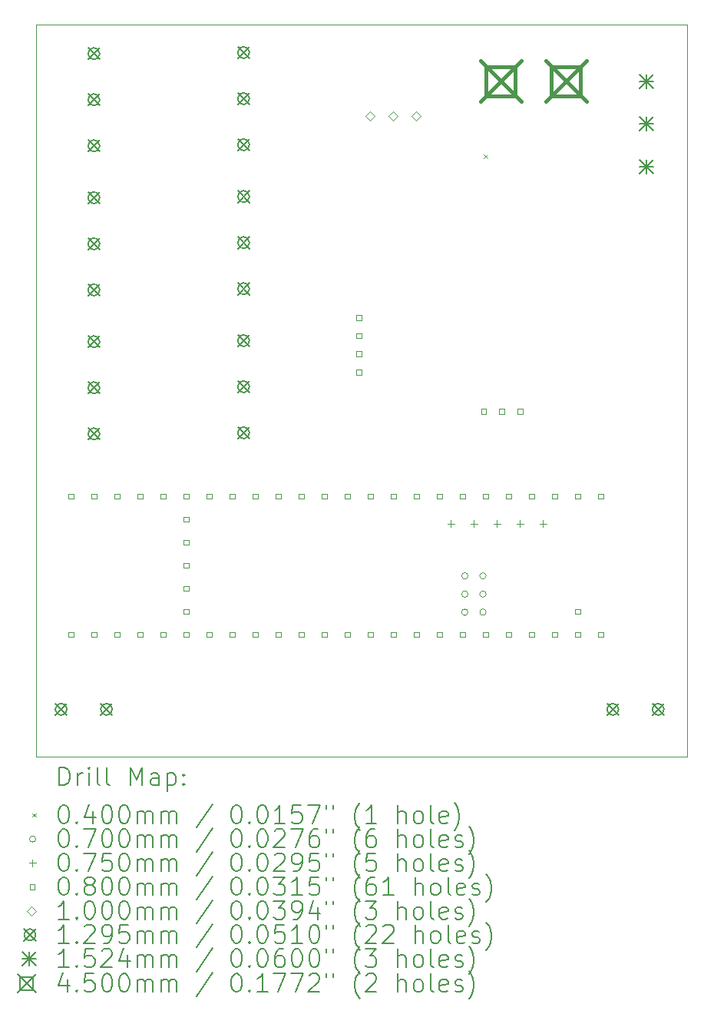
<source format=gbr>
%TF.GenerationSoftware,KiCad,Pcbnew,7.0.7*%
%TF.CreationDate,2024-02-11T13:47:08-05:00*%
%TF.ProjectId,Frosti,46726f73-7469-42e6-9b69-6361645f7063,rev?*%
%TF.SameCoordinates,Original*%
%TF.FileFunction,Drillmap*%
%TF.FilePolarity,Positive*%
%FSLAX45Y45*%
G04 Gerber Fmt 4.5, Leading zero omitted, Abs format (unit mm)*
G04 Created by KiCad (PCBNEW 7.0.7) date 2024-02-11 13:47:08*
%MOMM*%
%LPD*%
G01*
G04 APERTURE LIST*
%ADD10C,0.100000*%
%ADD11C,0.200000*%
%ADD12C,0.040000*%
%ADD13C,0.070000*%
%ADD14C,0.075000*%
%ADD15C,0.080000*%
%ADD16C,0.129540*%
%ADD17C,0.152400*%
%ADD18C,0.450000*%
G04 APERTURE END LIST*
D10*
X10223500Y-5537000D02*
X17399000Y-5537000D01*
X17399000Y-13601500D01*
X10223500Y-13601500D01*
X10223500Y-5537000D01*
D11*
D12*
X15156500Y-6965000D02*
X15196500Y-7005000D01*
X15196500Y-6965000D02*
X15156500Y-7005000D01*
D13*
X14984500Y-11610500D02*
G75*
G03*
X14984500Y-11610500I-35000J0D01*
G01*
X14984500Y-11810500D02*
G75*
G03*
X14984500Y-11810500I-35000J0D01*
G01*
X14984500Y-12010500D02*
G75*
G03*
X14984500Y-12010500I-35000J0D01*
G01*
X15184500Y-11610500D02*
G75*
G03*
X15184500Y-11610500I-35000J0D01*
G01*
X15184500Y-11810500D02*
G75*
G03*
X15184500Y-11810500I-35000J0D01*
G01*
X15184500Y-12010500D02*
G75*
G03*
X15184500Y-12010500I-35000J0D01*
G01*
D14*
X14795500Y-10999000D02*
X14795500Y-11074000D01*
X14758000Y-11036500D02*
X14833000Y-11036500D01*
X15049500Y-10999000D02*
X15049500Y-11074000D01*
X15012000Y-11036500D02*
X15087000Y-11036500D01*
X15303500Y-10999000D02*
X15303500Y-11074000D01*
X15266000Y-11036500D02*
X15341000Y-11036500D01*
X15557500Y-10999000D02*
X15557500Y-11074000D01*
X15520000Y-11036500D02*
X15595000Y-11036500D01*
X15811500Y-10999000D02*
X15811500Y-11074000D01*
X15774000Y-11036500D02*
X15849000Y-11036500D01*
D15*
X10632785Y-10759785D02*
X10632785Y-10703216D01*
X10576216Y-10703216D01*
X10576216Y-10759785D01*
X10632785Y-10759785D01*
X10632785Y-12283784D02*
X10632785Y-12227215D01*
X10576216Y-12227215D01*
X10576216Y-12283784D01*
X10632785Y-12283784D01*
X10886785Y-10759785D02*
X10886785Y-10703216D01*
X10830216Y-10703216D01*
X10830216Y-10759785D01*
X10886785Y-10759785D01*
X10886785Y-12283784D02*
X10886785Y-12227215D01*
X10830216Y-12227215D01*
X10830216Y-12283784D01*
X10886785Y-12283784D01*
X11140785Y-10759785D02*
X11140785Y-10703216D01*
X11084216Y-10703216D01*
X11084216Y-10759785D01*
X11140785Y-10759785D01*
X11140785Y-12283784D02*
X11140785Y-12227215D01*
X11084216Y-12227215D01*
X11084216Y-12283784D01*
X11140785Y-12283784D01*
X11394784Y-10759785D02*
X11394784Y-10703216D01*
X11338215Y-10703216D01*
X11338215Y-10759785D01*
X11394784Y-10759785D01*
X11394784Y-12283784D02*
X11394784Y-12227215D01*
X11338215Y-12227215D01*
X11338215Y-12283784D01*
X11394784Y-12283784D01*
X11648784Y-10759785D02*
X11648784Y-10703216D01*
X11592215Y-10703216D01*
X11592215Y-10759785D01*
X11648784Y-10759785D01*
X11648784Y-12283784D02*
X11648784Y-12227215D01*
X11592215Y-12227215D01*
X11592215Y-12283784D01*
X11648784Y-12283784D01*
X11902784Y-10759785D02*
X11902784Y-10703216D01*
X11846215Y-10703216D01*
X11846215Y-10759785D01*
X11902784Y-10759785D01*
X11902784Y-11013785D02*
X11902784Y-10957216D01*
X11846215Y-10957216D01*
X11846215Y-11013785D01*
X11902784Y-11013785D01*
X11902784Y-11267784D02*
X11902784Y-11211215D01*
X11846215Y-11211215D01*
X11846215Y-11267784D01*
X11902784Y-11267784D01*
X11902784Y-11521784D02*
X11902784Y-11465215D01*
X11846215Y-11465215D01*
X11846215Y-11521784D01*
X11902784Y-11521784D01*
X11902784Y-11775784D02*
X11902784Y-11719215D01*
X11846215Y-11719215D01*
X11846215Y-11775784D01*
X11902784Y-11775784D01*
X11902784Y-12029784D02*
X11902784Y-11973215D01*
X11846215Y-11973215D01*
X11846215Y-12029784D01*
X11902784Y-12029784D01*
X11902784Y-12283784D02*
X11902784Y-12227215D01*
X11846215Y-12227215D01*
X11846215Y-12283784D01*
X11902784Y-12283784D01*
X12156784Y-10759785D02*
X12156784Y-10703216D01*
X12100215Y-10703216D01*
X12100215Y-10759785D01*
X12156784Y-10759785D01*
X12156784Y-12283784D02*
X12156784Y-12227215D01*
X12100215Y-12227215D01*
X12100215Y-12283784D01*
X12156784Y-12283784D01*
X12410784Y-10759785D02*
X12410784Y-10703216D01*
X12354215Y-10703216D01*
X12354215Y-10759785D01*
X12410784Y-10759785D01*
X12410784Y-12283784D02*
X12410784Y-12227215D01*
X12354215Y-12227215D01*
X12354215Y-12283784D01*
X12410784Y-12283784D01*
X12664784Y-10759785D02*
X12664784Y-10703216D01*
X12608215Y-10703216D01*
X12608215Y-10759785D01*
X12664784Y-10759785D01*
X12664784Y-12283784D02*
X12664784Y-12227215D01*
X12608215Y-12227215D01*
X12608215Y-12283784D01*
X12664784Y-12283784D01*
X12918784Y-10759785D02*
X12918784Y-10703216D01*
X12862215Y-10703216D01*
X12862215Y-10759785D01*
X12918784Y-10759785D01*
X12918784Y-12283784D02*
X12918784Y-12227215D01*
X12862215Y-12227215D01*
X12862215Y-12283784D01*
X12918784Y-12283784D01*
X13172784Y-10759785D02*
X13172784Y-10703216D01*
X13116215Y-10703216D01*
X13116215Y-10759785D01*
X13172784Y-10759785D01*
X13172784Y-12283784D02*
X13172784Y-12227215D01*
X13116215Y-12227215D01*
X13116215Y-12283784D01*
X13172784Y-12283784D01*
X13426784Y-10759785D02*
X13426784Y-10703216D01*
X13370215Y-10703216D01*
X13370215Y-10759785D01*
X13426784Y-10759785D01*
X13426784Y-12283784D02*
X13426784Y-12227215D01*
X13370215Y-12227215D01*
X13370215Y-12283784D01*
X13426784Y-12283784D01*
X13680784Y-10759785D02*
X13680784Y-10703216D01*
X13624215Y-10703216D01*
X13624215Y-10759785D01*
X13680784Y-10759785D01*
X13680784Y-12283784D02*
X13680784Y-12227215D01*
X13624215Y-12227215D01*
X13624215Y-12283784D01*
X13680784Y-12283784D01*
X13807784Y-8791285D02*
X13807784Y-8734716D01*
X13751215Y-8734716D01*
X13751215Y-8791285D01*
X13807784Y-8791285D01*
X13807784Y-8991285D02*
X13807784Y-8934716D01*
X13751215Y-8934716D01*
X13751215Y-8991285D01*
X13807784Y-8991285D01*
X13807784Y-9191285D02*
X13807784Y-9134716D01*
X13751215Y-9134716D01*
X13751215Y-9191285D01*
X13807784Y-9191285D01*
X13807784Y-9391285D02*
X13807784Y-9334716D01*
X13751215Y-9334716D01*
X13751215Y-9391285D01*
X13807784Y-9391285D01*
X13934784Y-10759785D02*
X13934784Y-10703216D01*
X13878215Y-10703216D01*
X13878215Y-10759785D01*
X13934784Y-10759785D01*
X13934784Y-12283784D02*
X13934784Y-12227215D01*
X13878215Y-12227215D01*
X13878215Y-12283784D01*
X13934784Y-12283784D01*
X14188784Y-10759785D02*
X14188784Y-10703216D01*
X14132215Y-10703216D01*
X14132215Y-10759785D01*
X14188784Y-10759785D01*
X14188784Y-12283784D02*
X14188784Y-12227215D01*
X14132215Y-12227215D01*
X14132215Y-12283784D01*
X14188784Y-12283784D01*
X14442784Y-10759785D02*
X14442784Y-10703216D01*
X14386215Y-10703216D01*
X14386215Y-10759785D01*
X14442784Y-10759785D01*
X14442784Y-12283784D02*
X14442784Y-12227215D01*
X14386215Y-12227215D01*
X14386215Y-12283784D01*
X14442784Y-12283784D01*
X14696784Y-10759785D02*
X14696784Y-10703216D01*
X14640215Y-10703216D01*
X14640215Y-10759785D01*
X14696784Y-10759785D01*
X14696784Y-12283784D02*
X14696784Y-12227215D01*
X14640215Y-12227215D01*
X14640215Y-12283784D01*
X14696784Y-12283784D01*
X14950784Y-10759785D02*
X14950784Y-10703216D01*
X14894215Y-10703216D01*
X14894215Y-10759785D01*
X14950784Y-10759785D01*
X14950784Y-12283784D02*
X14950784Y-12227215D01*
X14894215Y-12227215D01*
X14894215Y-12283784D01*
X14950784Y-12283784D01*
X15185784Y-9824785D02*
X15185784Y-9768216D01*
X15129215Y-9768216D01*
X15129215Y-9824785D01*
X15185784Y-9824785D01*
X15204784Y-10759785D02*
X15204784Y-10703216D01*
X15148215Y-10703216D01*
X15148215Y-10759785D01*
X15204784Y-10759785D01*
X15204784Y-12283784D02*
X15204784Y-12227215D01*
X15148215Y-12227215D01*
X15148215Y-12283784D01*
X15204784Y-12283784D01*
X15385784Y-9824785D02*
X15385784Y-9768216D01*
X15329215Y-9768216D01*
X15329215Y-9824785D01*
X15385784Y-9824785D01*
X15458784Y-10759785D02*
X15458784Y-10703216D01*
X15402215Y-10703216D01*
X15402215Y-10759785D01*
X15458784Y-10759785D01*
X15458784Y-12283784D02*
X15458784Y-12227215D01*
X15402215Y-12227215D01*
X15402215Y-12283784D01*
X15458784Y-12283784D01*
X15585784Y-9824785D02*
X15585784Y-9768216D01*
X15529215Y-9768216D01*
X15529215Y-9824785D01*
X15585784Y-9824785D01*
X15712784Y-10759785D02*
X15712784Y-10703216D01*
X15656215Y-10703216D01*
X15656215Y-10759785D01*
X15712784Y-10759785D01*
X15712784Y-12283784D02*
X15712784Y-12227215D01*
X15656215Y-12227215D01*
X15656215Y-12283784D01*
X15712784Y-12283784D01*
X15966784Y-10759785D02*
X15966784Y-10703216D01*
X15910215Y-10703216D01*
X15910215Y-10759785D01*
X15966784Y-10759785D01*
X15966784Y-12283784D02*
X15966784Y-12227215D01*
X15910215Y-12227215D01*
X15910215Y-12283784D01*
X15966784Y-12283784D01*
X16220784Y-10759785D02*
X16220784Y-10703216D01*
X16164215Y-10703216D01*
X16164215Y-10759785D01*
X16220784Y-10759785D01*
X16220784Y-12029784D02*
X16220784Y-11973215D01*
X16164215Y-11973215D01*
X16164215Y-12029784D01*
X16220784Y-12029784D01*
X16220784Y-12283784D02*
X16220784Y-12227215D01*
X16164215Y-12227215D01*
X16164215Y-12283784D01*
X16220784Y-12283784D01*
X16474784Y-10759785D02*
X16474784Y-10703216D01*
X16418215Y-10703216D01*
X16418215Y-10759785D01*
X16474784Y-10759785D01*
X16474784Y-12283784D02*
X16474784Y-12227215D01*
X16418215Y-12227215D01*
X16418215Y-12283784D01*
X16474784Y-12283784D01*
D10*
X13906500Y-6590500D02*
X13956500Y-6540500D01*
X13906500Y-6490500D01*
X13856500Y-6540500D01*
X13906500Y-6590500D01*
X14160500Y-6590500D02*
X14210500Y-6540500D01*
X14160500Y-6490500D01*
X14110500Y-6540500D01*
X14160500Y-6590500D01*
X14414500Y-6590500D02*
X14464500Y-6540500D01*
X14414500Y-6490500D01*
X14364500Y-6540500D01*
X14414500Y-6590500D01*
D16*
X10433240Y-13016230D02*
X10562780Y-13145770D01*
X10562780Y-13016230D02*
X10433240Y-13145770D01*
X10562780Y-13081000D02*
G75*
G03*
X10562780Y-13081000I-64770J0D01*
G01*
X10793730Y-5789730D02*
X10923270Y-5919270D01*
X10923270Y-5789730D02*
X10793730Y-5919270D01*
X10923270Y-5854500D02*
G75*
G03*
X10923270Y-5854500I-64770J0D01*
G01*
X10793730Y-6297730D02*
X10923270Y-6427270D01*
X10923270Y-6297730D02*
X10793730Y-6427270D01*
X10923270Y-6362500D02*
G75*
G03*
X10923270Y-6362500I-64770J0D01*
G01*
X10793730Y-6805730D02*
X10923270Y-6935270D01*
X10923270Y-6805730D02*
X10793730Y-6935270D01*
X10923270Y-6870500D02*
G75*
G03*
X10923270Y-6870500I-64770J0D01*
G01*
X10793730Y-7377230D02*
X10923270Y-7506770D01*
X10923270Y-7377230D02*
X10793730Y-7506770D01*
X10923270Y-7442000D02*
G75*
G03*
X10923270Y-7442000I-64770J0D01*
G01*
X10793730Y-7885230D02*
X10923270Y-8014770D01*
X10923270Y-7885230D02*
X10793730Y-8014770D01*
X10923270Y-7950000D02*
G75*
G03*
X10923270Y-7950000I-64770J0D01*
G01*
X10793730Y-8393230D02*
X10923270Y-8522770D01*
X10923270Y-8393230D02*
X10793730Y-8522770D01*
X10923270Y-8458000D02*
G75*
G03*
X10923270Y-8458000I-64770J0D01*
G01*
X10793730Y-8964730D02*
X10923270Y-9094270D01*
X10923270Y-8964730D02*
X10793730Y-9094270D01*
X10923270Y-9029500D02*
G75*
G03*
X10923270Y-9029500I-64770J0D01*
G01*
X10793730Y-9472730D02*
X10923270Y-9602270D01*
X10923270Y-9472730D02*
X10793730Y-9602270D01*
X10923270Y-9537500D02*
G75*
G03*
X10923270Y-9537500I-64770J0D01*
G01*
X10793730Y-9980730D02*
X10923270Y-10110270D01*
X10923270Y-9980730D02*
X10793730Y-10110270D01*
X10923270Y-10045500D02*
G75*
G03*
X10923270Y-10045500I-64770J0D01*
G01*
X10933240Y-13016230D02*
X11062780Y-13145770D01*
X11062780Y-13016230D02*
X10933240Y-13145770D01*
X11062780Y-13081000D02*
G75*
G03*
X11062780Y-13081000I-64770J0D01*
G01*
X12444730Y-5777230D02*
X12574270Y-5906770D01*
X12574270Y-5777230D02*
X12444730Y-5906770D01*
X12574270Y-5842000D02*
G75*
G03*
X12574270Y-5842000I-64770J0D01*
G01*
X12444730Y-6285230D02*
X12574270Y-6414770D01*
X12574270Y-6285230D02*
X12444730Y-6414770D01*
X12574270Y-6350000D02*
G75*
G03*
X12574270Y-6350000I-64770J0D01*
G01*
X12444730Y-6793230D02*
X12574270Y-6922770D01*
X12574270Y-6793230D02*
X12444730Y-6922770D01*
X12574270Y-6858000D02*
G75*
G03*
X12574270Y-6858000I-64770J0D01*
G01*
X12444730Y-7364730D02*
X12574270Y-7494270D01*
X12574270Y-7364730D02*
X12444730Y-7494270D01*
X12574270Y-7429500D02*
G75*
G03*
X12574270Y-7429500I-64770J0D01*
G01*
X12444730Y-7872730D02*
X12574270Y-8002270D01*
X12574270Y-7872730D02*
X12444730Y-8002270D01*
X12574270Y-7937500D02*
G75*
G03*
X12574270Y-7937500I-64770J0D01*
G01*
X12444730Y-8380730D02*
X12574270Y-8510270D01*
X12574270Y-8380730D02*
X12444730Y-8510270D01*
X12574270Y-8445500D02*
G75*
G03*
X12574270Y-8445500I-64770J0D01*
G01*
X12444730Y-8952230D02*
X12574270Y-9081770D01*
X12574270Y-8952230D02*
X12444730Y-9081770D01*
X12574270Y-9017000D02*
G75*
G03*
X12574270Y-9017000I-64770J0D01*
G01*
X12444730Y-9460230D02*
X12574270Y-9589770D01*
X12574270Y-9460230D02*
X12444730Y-9589770D01*
X12574270Y-9525000D02*
G75*
G03*
X12574270Y-9525000I-64770J0D01*
G01*
X12444730Y-9968230D02*
X12574270Y-10097770D01*
X12574270Y-9968230D02*
X12444730Y-10097770D01*
X12574270Y-10033000D02*
G75*
G03*
X12574270Y-10033000I-64770J0D01*
G01*
X16516730Y-13016230D02*
X16646270Y-13145770D01*
X16646270Y-13016230D02*
X16516730Y-13145770D01*
X16646270Y-13081000D02*
G75*
G03*
X16646270Y-13081000I-64770J0D01*
G01*
X17016730Y-13016230D02*
X17146270Y-13145770D01*
X17146270Y-13016230D02*
X17016730Y-13145770D01*
X17146270Y-13081000D02*
G75*
G03*
X17146270Y-13081000I-64770J0D01*
G01*
D17*
X16878300Y-6083300D02*
X17030700Y-6235700D01*
X17030700Y-6083300D02*
X16878300Y-6235700D01*
X16954500Y-6083300D02*
X16954500Y-6235700D01*
X16878300Y-6159500D02*
X17030700Y-6159500D01*
X16878300Y-6553300D02*
X17030700Y-6705700D01*
X17030700Y-6553300D02*
X16878300Y-6705700D01*
X16954500Y-6553300D02*
X16954500Y-6705700D01*
X16878300Y-6629500D02*
X17030700Y-6629500D01*
X16878300Y-7023300D02*
X17030700Y-7175700D01*
X17030700Y-7023300D02*
X16878300Y-7175700D01*
X16954500Y-7023300D02*
X16954500Y-7175700D01*
X16878300Y-7099500D02*
X17030700Y-7099500D01*
D18*
X15120500Y-5934500D02*
X15570500Y-6384500D01*
X15570500Y-5934500D02*
X15120500Y-6384500D01*
X15504601Y-6318601D02*
X15504601Y-6000399D01*
X15186399Y-6000399D01*
X15186399Y-6318601D01*
X15504601Y-6318601D01*
X15840500Y-5934500D02*
X16290500Y-6384500D01*
X16290500Y-5934500D02*
X15840500Y-6384500D01*
X16224601Y-6318601D02*
X16224601Y-6000399D01*
X15906399Y-6000399D01*
X15906399Y-6318601D01*
X16224601Y-6318601D01*
D11*
X10479277Y-13917984D02*
X10479277Y-13717984D01*
X10479277Y-13717984D02*
X10526896Y-13717984D01*
X10526896Y-13717984D02*
X10555467Y-13727508D01*
X10555467Y-13727508D02*
X10574515Y-13746555D01*
X10574515Y-13746555D02*
X10584039Y-13765603D01*
X10584039Y-13765603D02*
X10593563Y-13803698D01*
X10593563Y-13803698D02*
X10593563Y-13832269D01*
X10593563Y-13832269D02*
X10584039Y-13870365D01*
X10584039Y-13870365D02*
X10574515Y-13889412D01*
X10574515Y-13889412D02*
X10555467Y-13908460D01*
X10555467Y-13908460D02*
X10526896Y-13917984D01*
X10526896Y-13917984D02*
X10479277Y-13917984D01*
X10679277Y-13917984D02*
X10679277Y-13784650D01*
X10679277Y-13822746D02*
X10688801Y-13803698D01*
X10688801Y-13803698D02*
X10698324Y-13794174D01*
X10698324Y-13794174D02*
X10717372Y-13784650D01*
X10717372Y-13784650D02*
X10736420Y-13784650D01*
X10803086Y-13917984D02*
X10803086Y-13784650D01*
X10803086Y-13717984D02*
X10793563Y-13727508D01*
X10793563Y-13727508D02*
X10803086Y-13737031D01*
X10803086Y-13737031D02*
X10812610Y-13727508D01*
X10812610Y-13727508D02*
X10803086Y-13717984D01*
X10803086Y-13717984D02*
X10803086Y-13737031D01*
X10926896Y-13917984D02*
X10907848Y-13908460D01*
X10907848Y-13908460D02*
X10898324Y-13889412D01*
X10898324Y-13889412D02*
X10898324Y-13717984D01*
X11031658Y-13917984D02*
X11012610Y-13908460D01*
X11012610Y-13908460D02*
X11003086Y-13889412D01*
X11003086Y-13889412D02*
X11003086Y-13717984D01*
X11260229Y-13917984D02*
X11260229Y-13717984D01*
X11260229Y-13717984D02*
X11326896Y-13860841D01*
X11326896Y-13860841D02*
X11393562Y-13717984D01*
X11393562Y-13717984D02*
X11393562Y-13917984D01*
X11574515Y-13917984D02*
X11574515Y-13813222D01*
X11574515Y-13813222D02*
X11564991Y-13794174D01*
X11564991Y-13794174D02*
X11545943Y-13784650D01*
X11545943Y-13784650D02*
X11507848Y-13784650D01*
X11507848Y-13784650D02*
X11488801Y-13794174D01*
X11574515Y-13908460D02*
X11555467Y-13917984D01*
X11555467Y-13917984D02*
X11507848Y-13917984D01*
X11507848Y-13917984D02*
X11488801Y-13908460D01*
X11488801Y-13908460D02*
X11479277Y-13889412D01*
X11479277Y-13889412D02*
X11479277Y-13870365D01*
X11479277Y-13870365D02*
X11488801Y-13851317D01*
X11488801Y-13851317D02*
X11507848Y-13841793D01*
X11507848Y-13841793D02*
X11555467Y-13841793D01*
X11555467Y-13841793D02*
X11574515Y-13832269D01*
X11669753Y-13784650D02*
X11669753Y-13984650D01*
X11669753Y-13794174D02*
X11688801Y-13784650D01*
X11688801Y-13784650D02*
X11726896Y-13784650D01*
X11726896Y-13784650D02*
X11745943Y-13794174D01*
X11745943Y-13794174D02*
X11755467Y-13803698D01*
X11755467Y-13803698D02*
X11764991Y-13822746D01*
X11764991Y-13822746D02*
X11764991Y-13879888D01*
X11764991Y-13879888D02*
X11755467Y-13898936D01*
X11755467Y-13898936D02*
X11745943Y-13908460D01*
X11745943Y-13908460D02*
X11726896Y-13917984D01*
X11726896Y-13917984D02*
X11688801Y-13917984D01*
X11688801Y-13917984D02*
X11669753Y-13908460D01*
X11850705Y-13898936D02*
X11860229Y-13908460D01*
X11860229Y-13908460D02*
X11850705Y-13917984D01*
X11850705Y-13917984D02*
X11841182Y-13908460D01*
X11841182Y-13908460D02*
X11850705Y-13898936D01*
X11850705Y-13898936D02*
X11850705Y-13917984D01*
X11850705Y-13794174D02*
X11860229Y-13803698D01*
X11860229Y-13803698D02*
X11850705Y-13813222D01*
X11850705Y-13813222D02*
X11841182Y-13803698D01*
X11841182Y-13803698D02*
X11850705Y-13794174D01*
X11850705Y-13794174D02*
X11850705Y-13813222D01*
D12*
X10178500Y-14226500D02*
X10218500Y-14266500D01*
X10218500Y-14226500D02*
X10178500Y-14266500D01*
D11*
X10517372Y-14137984D02*
X10536420Y-14137984D01*
X10536420Y-14137984D02*
X10555467Y-14147508D01*
X10555467Y-14147508D02*
X10564991Y-14157031D01*
X10564991Y-14157031D02*
X10574515Y-14176079D01*
X10574515Y-14176079D02*
X10584039Y-14214174D01*
X10584039Y-14214174D02*
X10584039Y-14261793D01*
X10584039Y-14261793D02*
X10574515Y-14299888D01*
X10574515Y-14299888D02*
X10564991Y-14318936D01*
X10564991Y-14318936D02*
X10555467Y-14328460D01*
X10555467Y-14328460D02*
X10536420Y-14337984D01*
X10536420Y-14337984D02*
X10517372Y-14337984D01*
X10517372Y-14337984D02*
X10498324Y-14328460D01*
X10498324Y-14328460D02*
X10488801Y-14318936D01*
X10488801Y-14318936D02*
X10479277Y-14299888D01*
X10479277Y-14299888D02*
X10469753Y-14261793D01*
X10469753Y-14261793D02*
X10469753Y-14214174D01*
X10469753Y-14214174D02*
X10479277Y-14176079D01*
X10479277Y-14176079D02*
X10488801Y-14157031D01*
X10488801Y-14157031D02*
X10498324Y-14147508D01*
X10498324Y-14147508D02*
X10517372Y-14137984D01*
X10669753Y-14318936D02*
X10679277Y-14328460D01*
X10679277Y-14328460D02*
X10669753Y-14337984D01*
X10669753Y-14337984D02*
X10660229Y-14328460D01*
X10660229Y-14328460D02*
X10669753Y-14318936D01*
X10669753Y-14318936D02*
X10669753Y-14337984D01*
X10850705Y-14204650D02*
X10850705Y-14337984D01*
X10803086Y-14128460D02*
X10755467Y-14271317D01*
X10755467Y-14271317D02*
X10879277Y-14271317D01*
X10993563Y-14137984D02*
X11012610Y-14137984D01*
X11012610Y-14137984D02*
X11031658Y-14147508D01*
X11031658Y-14147508D02*
X11041182Y-14157031D01*
X11041182Y-14157031D02*
X11050705Y-14176079D01*
X11050705Y-14176079D02*
X11060229Y-14214174D01*
X11060229Y-14214174D02*
X11060229Y-14261793D01*
X11060229Y-14261793D02*
X11050705Y-14299888D01*
X11050705Y-14299888D02*
X11041182Y-14318936D01*
X11041182Y-14318936D02*
X11031658Y-14328460D01*
X11031658Y-14328460D02*
X11012610Y-14337984D01*
X11012610Y-14337984D02*
X10993563Y-14337984D01*
X10993563Y-14337984D02*
X10974515Y-14328460D01*
X10974515Y-14328460D02*
X10964991Y-14318936D01*
X10964991Y-14318936D02*
X10955467Y-14299888D01*
X10955467Y-14299888D02*
X10945944Y-14261793D01*
X10945944Y-14261793D02*
X10945944Y-14214174D01*
X10945944Y-14214174D02*
X10955467Y-14176079D01*
X10955467Y-14176079D02*
X10964991Y-14157031D01*
X10964991Y-14157031D02*
X10974515Y-14147508D01*
X10974515Y-14147508D02*
X10993563Y-14137984D01*
X11184039Y-14137984D02*
X11203086Y-14137984D01*
X11203086Y-14137984D02*
X11222134Y-14147508D01*
X11222134Y-14147508D02*
X11231658Y-14157031D01*
X11231658Y-14157031D02*
X11241182Y-14176079D01*
X11241182Y-14176079D02*
X11250705Y-14214174D01*
X11250705Y-14214174D02*
X11250705Y-14261793D01*
X11250705Y-14261793D02*
X11241182Y-14299888D01*
X11241182Y-14299888D02*
X11231658Y-14318936D01*
X11231658Y-14318936D02*
X11222134Y-14328460D01*
X11222134Y-14328460D02*
X11203086Y-14337984D01*
X11203086Y-14337984D02*
X11184039Y-14337984D01*
X11184039Y-14337984D02*
X11164991Y-14328460D01*
X11164991Y-14328460D02*
X11155467Y-14318936D01*
X11155467Y-14318936D02*
X11145944Y-14299888D01*
X11145944Y-14299888D02*
X11136420Y-14261793D01*
X11136420Y-14261793D02*
X11136420Y-14214174D01*
X11136420Y-14214174D02*
X11145944Y-14176079D01*
X11145944Y-14176079D02*
X11155467Y-14157031D01*
X11155467Y-14157031D02*
X11164991Y-14147508D01*
X11164991Y-14147508D02*
X11184039Y-14137984D01*
X11336420Y-14337984D02*
X11336420Y-14204650D01*
X11336420Y-14223698D02*
X11345943Y-14214174D01*
X11345943Y-14214174D02*
X11364991Y-14204650D01*
X11364991Y-14204650D02*
X11393563Y-14204650D01*
X11393563Y-14204650D02*
X11412610Y-14214174D01*
X11412610Y-14214174D02*
X11422134Y-14233222D01*
X11422134Y-14233222D02*
X11422134Y-14337984D01*
X11422134Y-14233222D02*
X11431658Y-14214174D01*
X11431658Y-14214174D02*
X11450705Y-14204650D01*
X11450705Y-14204650D02*
X11479277Y-14204650D01*
X11479277Y-14204650D02*
X11498324Y-14214174D01*
X11498324Y-14214174D02*
X11507848Y-14233222D01*
X11507848Y-14233222D02*
X11507848Y-14337984D01*
X11603086Y-14337984D02*
X11603086Y-14204650D01*
X11603086Y-14223698D02*
X11612610Y-14214174D01*
X11612610Y-14214174D02*
X11631658Y-14204650D01*
X11631658Y-14204650D02*
X11660229Y-14204650D01*
X11660229Y-14204650D02*
X11679277Y-14214174D01*
X11679277Y-14214174D02*
X11688801Y-14233222D01*
X11688801Y-14233222D02*
X11688801Y-14337984D01*
X11688801Y-14233222D02*
X11698324Y-14214174D01*
X11698324Y-14214174D02*
X11717372Y-14204650D01*
X11717372Y-14204650D02*
X11745943Y-14204650D01*
X11745943Y-14204650D02*
X11764991Y-14214174D01*
X11764991Y-14214174D02*
X11774515Y-14233222D01*
X11774515Y-14233222D02*
X11774515Y-14337984D01*
X12164991Y-14128460D02*
X11993563Y-14385603D01*
X12422134Y-14137984D02*
X12441182Y-14137984D01*
X12441182Y-14137984D02*
X12460229Y-14147508D01*
X12460229Y-14147508D02*
X12469753Y-14157031D01*
X12469753Y-14157031D02*
X12479277Y-14176079D01*
X12479277Y-14176079D02*
X12488801Y-14214174D01*
X12488801Y-14214174D02*
X12488801Y-14261793D01*
X12488801Y-14261793D02*
X12479277Y-14299888D01*
X12479277Y-14299888D02*
X12469753Y-14318936D01*
X12469753Y-14318936D02*
X12460229Y-14328460D01*
X12460229Y-14328460D02*
X12441182Y-14337984D01*
X12441182Y-14337984D02*
X12422134Y-14337984D01*
X12422134Y-14337984D02*
X12403086Y-14328460D01*
X12403086Y-14328460D02*
X12393563Y-14318936D01*
X12393563Y-14318936D02*
X12384039Y-14299888D01*
X12384039Y-14299888D02*
X12374515Y-14261793D01*
X12374515Y-14261793D02*
X12374515Y-14214174D01*
X12374515Y-14214174D02*
X12384039Y-14176079D01*
X12384039Y-14176079D02*
X12393563Y-14157031D01*
X12393563Y-14157031D02*
X12403086Y-14147508D01*
X12403086Y-14147508D02*
X12422134Y-14137984D01*
X12574515Y-14318936D02*
X12584039Y-14328460D01*
X12584039Y-14328460D02*
X12574515Y-14337984D01*
X12574515Y-14337984D02*
X12564991Y-14328460D01*
X12564991Y-14328460D02*
X12574515Y-14318936D01*
X12574515Y-14318936D02*
X12574515Y-14337984D01*
X12707848Y-14137984D02*
X12726896Y-14137984D01*
X12726896Y-14137984D02*
X12745944Y-14147508D01*
X12745944Y-14147508D02*
X12755467Y-14157031D01*
X12755467Y-14157031D02*
X12764991Y-14176079D01*
X12764991Y-14176079D02*
X12774515Y-14214174D01*
X12774515Y-14214174D02*
X12774515Y-14261793D01*
X12774515Y-14261793D02*
X12764991Y-14299888D01*
X12764991Y-14299888D02*
X12755467Y-14318936D01*
X12755467Y-14318936D02*
X12745944Y-14328460D01*
X12745944Y-14328460D02*
X12726896Y-14337984D01*
X12726896Y-14337984D02*
X12707848Y-14337984D01*
X12707848Y-14337984D02*
X12688801Y-14328460D01*
X12688801Y-14328460D02*
X12679277Y-14318936D01*
X12679277Y-14318936D02*
X12669753Y-14299888D01*
X12669753Y-14299888D02*
X12660229Y-14261793D01*
X12660229Y-14261793D02*
X12660229Y-14214174D01*
X12660229Y-14214174D02*
X12669753Y-14176079D01*
X12669753Y-14176079D02*
X12679277Y-14157031D01*
X12679277Y-14157031D02*
X12688801Y-14147508D01*
X12688801Y-14147508D02*
X12707848Y-14137984D01*
X12964991Y-14337984D02*
X12850706Y-14337984D01*
X12907848Y-14337984D02*
X12907848Y-14137984D01*
X12907848Y-14137984D02*
X12888801Y-14166555D01*
X12888801Y-14166555D02*
X12869753Y-14185603D01*
X12869753Y-14185603D02*
X12850706Y-14195127D01*
X13145944Y-14137984D02*
X13050706Y-14137984D01*
X13050706Y-14137984D02*
X13041182Y-14233222D01*
X13041182Y-14233222D02*
X13050706Y-14223698D01*
X13050706Y-14223698D02*
X13069753Y-14214174D01*
X13069753Y-14214174D02*
X13117372Y-14214174D01*
X13117372Y-14214174D02*
X13136420Y-14223698D01*
X13136420Y-14223698D02*
X13145944Y-14233222D01*
X13145944Y-14233222D02*
X13155467Y-14252269D01*
X13155467Y-14252269D02*
X13155467Y-14299888D01*
X13155467Y-14299888D02*
X13145944Y-14318936D01*
X13145944Y-14318936D02*
X13136420Y-14328460D01*
X13136420Y-14328460D02*
X13117372Y-14337984D01*
X13117372Y-14337984D02*
X13069753Y-14337984D01*
X13069753Y-14337984D02*
X13050706Y-14328460D01*
X13050706Y-14328460D02*
X13041182Y-14318936D01*
X13222134Y-14137984D02*
X13355467Y-14137984D01*
X13355467Y-14137984D02*
X13269753Y-14337984D01*
X13422134Y-14137984D02*
X13422134Y-14176079D01*
X13498325Y-14137984D02*
X13498325Y-14176079D01*
X13793563Y-14414174D02*
X13784039Y-14404650D01*
X13784039Y-14404650D02*
X13764991Y-14376079D01*
X13764991Y-14376079D02*
X13755468Y-14357031D01*
X13755468Y-14357031D02*
X13745944Y-14328460D01*
X13745944Y-14328460D02*
X13736420Y-14280841D01*
X13736420Y-14280841D02*
X13736420Y-14242746D01*
X13736420Y-14242746D02*
X13745944Y-14195127D01*
X13745944Y-14195127D02*
X13755468Y-14166555D01*
X13755468Y-14166555D02*
X13764991Y-14147508D01*
X13764991Y-14147508D02*
X13784039Y-14118936D01*
X13784039Y-14118936D02*
X13793563Y-14109412D01*
X13974515Y-14337984D02*
X13860229Y-14337984D01*
X13917372Y-14337984D02*
X13917372Y-14137984D01*
X13917372Y-14137984D02*
X13898325Y-14166555D01*
X13898325Y-14166555D02*
X13879277Y-14185603D01*
X13879277Y-14185603D02*
X13860229Y-14195127D01*
X14212610Y-14337984D02*
X14212610Y-14137984D01*
X14298325Y-14337984D02*
X14298325Y-14233222D01*
X14298325Y-14233222D02*
X14288801Y-14214174D01*
X14288801Y-14214174D02*
X14269753Y-14204650D01*
X14269753Y-14204650D02*
X14241182Y-14204650D01*
X14241182Y-14204650D02*
X14222134Y-14214174D01*
X14222134Y-14214174D02*
X14212610Y-14223698D01*
X14422134Y-14337984D02*
X14403087Y-14328460D01*
X14403087Y-14328460D02*
X14393563Y-14318936D01*
X14393563Y-14318936D02*
X14384039Y-14299888D01*
X14384039Y-14299888D02*
X14384039Y-14242746D01*
X14384039Y-14242746D02*
X14393563Y-14223698D01*
X14393563Y-14223698D02*
X14403087Y-14214174D01*
X14403087Y-14214174D02*
X14422134Y-14204650D01*
X14422134Y-14204650D02*
X14450706Y-14204650D01*
X14450706Y-14204650D02*
X14469753Y-14214174D01*
X14469753Y-14214174D02*
X14479277Y-14223698D01*
X14479277Y-14223698D02*
X14488801Y-14242746D01*
X14488801Y-14242746D02*
X14488801Y-14299888D01*
X14488801Y-14299888D02*
X14479277Y-14318936D01*
X14479277Y-14318936D02*
X14469753Y-14328460D01*
X14469753Y-14328460D02*
X14450706Y-14337984D01*
X14450706Y-14337984D02*
X14422134Y-14337984D01*
X14603087Y-14337984D02*
X14584039Y-14328460D01*
X14584039Y-14328460D02*
X14574515Y-14309412D01*
X14574515Y-14309412D02*
X14574515Y-14137984D01*
X14755468Y-14328460D02*
X14736420Y-14337984D01*
X14736420Y-14337984D02*
X14698325Y-14337984D01*
X14698325Y-14337984D02*
X14679277Y-14328460D01*
X14679277Y-14328460D02*
X14669753Y-14309412D01*
X14669753Y-14309412D02*
X14669753Y-14233222D01*
X14669753Y-14233222D02*
X14679277Y-14214174D01*
X14679277Y-14214174D02*
X14698325Y-14204650D01*
X14698325Y-14204650D02*
X14736420Y-14204650D01*
X14736420Y-14204650D02*
X14755468Y-14214174D01*
X14755468Y-14214174D02*
X14764991Y-14233222D01*
X14764991Y-14233222D02*
X14764991Y-14252269D01*
X14764991Y-14252269D02*
X14669753Y-14271317D01*
X14831658Y-14414174D02*
X14841182Y-14404650D01*
X14841182Y-14404650D02*
X14860230Y-14376079D01*
X14860230Y-14376079D02*
X14869753Y-14357031D01*
X14869753Y-14357031D02*
X14879277Y-14328460D01*
X14879277Y-14328460D02*
X14888801Y-14280841D01*
X14888801Y-14280841D02*
X14888801Y-14242746D01*
X14888801Y-14242746D02*
X14879277Y-14195127D01*
X14879277Y-14195127D02*
X14869753Y-14166555D01*
X14869753Y-14166555D02*
X14860230Y-14147508D01*
X14860230Y-14147508D02*
X14841182Y-14118936D01*
X14841182Y-14118936D02*
X14831658Y-14109412D01*
D13*
X10218500Y-14510500D02*
G75*
G03*
X10218500Y-14510500I-35000J0D01*
G01*
D11*
X10517372Y-14401984D02*
X10536420Y-14401984D01*
X10536420Y-14401984D02*
X10555467Y-14411508D01*
X10555467Y-14411508D02*
X10564991Y-14421031D01*
X10564991Y-14421031D02*
X10574515Y-14440079D01*
X10574515Y-14440079D02*
X10584039Y-14478174D01*
X10584039Y-14478174D02*
X10584039Y-14525793D01*
X10584039Y-14525793D02*
X10574515Y-14563888D01*
X10574515Y-14563888D02*
X10564991Y-14582936D01*
X10564991Y-14582936D02*
X10555467Y-14592460D01*
X10555467Y-14592460D02*
X10536420Y-14601984D01*
X10536420Y-14601984D02*
X10517372Y-14601984D01*
X10517372Y-14601984D02*
X10498324Y-14592460D01*
X10498324Y-14592460D02*
X10488801Y-14582936D01*
X10488801Y-14582936D02*
X10479277Y-14563888D01*
X10479277Y-14563888D02*
X10469753Y-14525793D01*
X10469753Y-14525793D02*
X10469753Y-14478174D01*
X10469753Y-14478174D02*
X10479277Y-14440079D01*
X10479277Y-14440079D02*
X10488801Y-14421031D01*
X10488801Y-14421031D02*
X10498324Y-14411508D01*
X10498324Y-14411508D02*
X10517372Y-14401984D01*
X10669753Y-14582936D02*
X10679277Y-14592460D01*
X10679277Y-14592460D02*
X10669753Y-14601984D01*
X10669753Y-14601984D02*
X10660229Y-14592460D01*
X10660229Y-14592460D02*
X10669753Y-14582936D01*
X10669753Y-14582936D02*
X10669753Y-14601984D01*
X10745944Y-14401984D02*
X10879277Y-14401984D01*
X10879277Y-14401984D02*
X10793563Y-14601984D01*
X10993563Y-14401984D02*
X11012610Y-14401984D01*
X11012610Y-14401984D02*
X11031658Y-14411508D01*
X11031658Y-14411508D02*
X11041182Y-14421031D01*
X11041182Y-14421031D02*
X11050705Y-14440079D01*
X11050705Y-14440079D02*
X11060229Y-14478174D01*
X11060229Y-14478174D02*
X11060229Y-14525793D01*
X11060229Y-14525793D02*
X11050705Y-14563888D01*
X11050705Y-14563888D02*
X11041182Y-14582936D01*
X11041182Y-14582936D02*
X11031658Y-14592460D01*
X11031658Y-14592460D02*
X11012610Y-14601984D01*
X11012610Y-14601984D02*
X10993563Y-14601984D01*
X10993563Y-14601984D02*
X10974515Y-14592460D01*
X10974515Y-14592460D02*
X10964991Y-14582936D01*
X10964991Y-14582936D02*
X10955467Y-14563888D01*
X10955467Y-14563888D02*
X10945944Y-14525793D01*
X10945944Y-14525793D02*
X10945944Y-14478174D01*
X10945944Y-14478174D02*
X10955467Y-14440079D01*
X10955467Y-14440079D02*
X10964991Y-14421031D01*
X10964991Y-14421031D02*
X10974515Y-14411508D01*
X10974515Y-14411508D02*
X10993563Y-14401984D01*
X11184039Y-14401984D02*
X11203086Y-14401984D01*
X11203086Y-14401984D02*
X11222134Y-14411508D01*
X11222134Y-14411508D02*
X11231658Y-14421031D01*
X11231658Y-14421031D02*
X11241182Y-14440079D01*
X11241182Y-14440079D02*
X11250705Y-14478174D01*
X11250705Y-14478174D02*
X11250705Y-14525793D01*
X11250705Y-14525793D02*
X11241182Y-14563888D01*
X11241182Y-14563888D02*
X11231658Y-14582936D01*
X11231658Y-14582936D02*
X11222134Y-14592460D01*
X11222134Y-14592460D02*
X11203086Y-14601984D01*
X11203086Y-14601984D02*
X11184039Y-14601984D01*
X11184039Y-14601984D02*
X11164991Y-14592460D01*
X11164991Y-14592460D02*
X11155467Y-14582936D01*
X11155467Y-14582936D02*
X11145944Y-14563888D01*
X11145944Y-14563888D02*
X11136420Y-14525793D01*
X11136420Y-14525793D02*
X11136420Y-14478174D01*
X11136420Y-14478174D02*
X11145944Y-14440079D01*
X11145944Y-14440079D02*
X11155467Y-14421031D01*
X11155467Y-14421031D02*
X11164991Y-14411508D01*
X11164991Y-14411508D02*
X11184039Y-14401984D01*
X11336420Y-14601984D02*
X11336420Y-14468650D01*
X11336420Y-14487698D02*
X11345943Y-14478174D01*
X11345943Y-14478174D02*
X11364991Y-14468650D01*
X11364991Y-14468650D02*
X11393563Y-14468650D01*
X11393563Y-14468650D02*
X11412610Y-14478174D01*
X11412610Y-14478174D02*
X11422134Y-14497222D01*
X11422134Y-14497222D02*
X11422134Y-14601984D01*
X11422134Y-14497222D02*
X11431658Y-14478174D01*
X11431658Y-14478174D02*
X11450705Y-14468650D01*
X11450705Y-14468650D02*
X11479277Y-14468650D01*
X11479277Y-14468650D02*
X11498324Y-14478174D01*
X11498324Y-14478174D02*
X11507848Y-14497222D01*
X11507848Y-14497222D02*
X11507848Y-14601984D01*
X11603086Y-14601984D02*
X11603086Y-14468650D01*
X11603086Y-14487698D02*
X11612610Y-14478174D01*
X11612610Y-14478174D02*
X11631658Y-14468650D01*
X11631658Y-14468650D02*
X11660229Y-14468650D01*
X11660229Y-14468650D02*
X11679277Y-14478174D01*
X11679277Y-14478174D02*
X11688801Y-14497222D01*
X11688801Y-14497222D02*
X11688801Y-14601984D01*
X11688801Y-14497222D02*
X11698324Y-14478174D01*
X11698324Y-14478174D02*
X11717372Y-14468650D01*
X11717372Y-14468650D02*
X11745943Y-14468650D01*
X11745943Y-14468650D02*
X11764991Y-14478174D01*
X11764991Y-14478174D02*
X11774515Y-14497222D01*
X11774515Y-14497222D02*
X11774515Y-14601984D01*
X12164991Y-14392460D02*
X11993563Y-14649603D01*
X12422134Y-14401984D02*
X12441182Y-14401984D01*
X12441182Y-14401984D02*
X12460229Y-14411508D01*
X12460229Y-14411508D02*
X12469753Y-14421031D01*
X12469753Y-14421031D02*
X12479277Y-14440079D01*
X12479277Y-14440079D02*
X12488801Y-14478174D01*
X12488801Y-14478174D02*
X12488801Y-14525793D01*
X12488801Y-14525793D02*
X12479277Y-14563888D01*
X12479277Y-14563888D02*
X12469753Y-14582936D01*
X12469753Y-14582936D02*
X12460229Y-14592460D01*
X12460229Y-14592460D02*
X12441182Y-14601984D01*
X12441182Y-14601984D02*
X12422134Y-14601984D01*
X12422134Y-14601984D02*
X12403086Y-14592460D01*
X12403086Y-14592460D02*
X12393563Y-14582936D01*
X12393563Y-14582936D02*
X12384039Y-14563888D01*
X12384039Y-14563888D02*
X12374515Y-14525793D01*
X12374515Y-14525793D02*
X12374515Y-14478174D01*
X12374515Y-14478174D02*
X12384039Y-14440079D01*
X12384039Y-14440079D02*
X12393563Y-14421031D01*
X12393563Y-14421031D02*
X12403086Y-14411508D01*
X12403086Y-14411508D02*
X12422134Y-14401984D01*
X12574515Y-14582936D02*
X12584039Y-14592460D01*
X12584039Y-14592460D02*
X12574515Y-14601984D01*
X12574515Y-14601984D02*
X12564991Y-14592460D01*
X12564991Y-14592460D02*
X12574515Y-14582936D01*
X12574515Y-14582936D02*
X12574515Y-14601984D01*
X12707848Y-14401984D02*
X12726896Y-14401984D01*
X12726896Y-14401984D02*
X12745944Y-14411508D01*
X12745944Y-14411508D02*
X12755467Y-14421031D01*
X12755467Y-14421031D02*
X12764991Y-14440079D01*
X12764991Y-14440079D02*
X12774515Y-14478174D01*
X12774515Y-14478174D02*
X12774515Y-14525793D01*
X12774515Y-14525793D02*
X12764991Y-14563888D01*
X12764991Y-14563888D02*
X12755467Y-14582936D01*
X12755467Y-14582936D02*
X12745944Y-14592460D01*
X12745944Y-14592460D02*
X12726896Y-14601984D01*
X12726896Y-14601984D02*
X12707848Y-14601984D01*
X12707848Y-14601984D02*
X12688801Y-14592460D01*
X12688801Y-14592460D02*
X12679277Y-14582936D01*
X12679277Y-14582936D02*
X12669753Y-14563888D01*
X12669753Y-14563888D02*
X12660229Y-14525793D01*
X12660229Y-14525793D02*
X12660229Y-14478174D01*
X12660229Y-14478174D02*
X12669753Y-14440079D01*
X12669753Y-14440079D02*
X12679277Y-14421031D01*
X12679277Y-14421031D02*
X12688801Y-14411508D01*
X12688801Y-14411508D02*
X12707848Y-14401984D01*
X12850706Y-14421031D02*
X12860229Y-14411508D01*
X12860229Y-14411508D02*
X12879277Y-14401984D01*
X12879277Y-14401984D02*
X12926896Y-14401984D01*
X12926896Y-14401984D02*
X12945944Y-14411508D01*
X12945944Y-14411508D02*
X12955467Y-14421031D01*
X12955467Y-14421031D02*
X12964991Y-14440079D01*
X12964991Y-14440079D02*
X12964991Y-14459127D01*
X12964991Y-14459127D02*
X12955467Y-14487698D01*
X12955467Y-14487698D02*
X12841182Y-14601984D01*
X12841182Y-14601984D02*
X12964991Y-14601984D01*
X13031658Y-14401984D02*
X13164991Y-14401984D01*
X13164991Y-14401984D02*
X13079277Y-14601984D01*
X13326896Y-14401984D02*
X13288801Y-14401984D01*
X13288801Y-14401984D02*
X13269753Y-14411508D01*
X13269753Y-14411508D02*
X13260229Y-14421031D01*
X13260229Y-14421031D02*
X13241182Y-14449603D01*
X13241182Y-14449603D02*
X13231658Y-14487698D01*
X13231658Y-14487698D02*
X13231658Y-14563888D01*
X13231658Y-14563888D02*
X13241182Y-14582936D01*
X13241182Y-14582936D02*
X13250706Y-14592460D01*
X13250706Y-14592460D02*
X13269753Y-14601984D01*
X13269753Y-14601984D02*
X13307848Y-14601984D01*
X13307848Y-14601984D02*
X13326896Y-14592460D01*
X13326896Y-14592460D02*
X13336420Y-14582936D01*
X13336420Y-14582936D02*
X13345944Y-14563888D01*
X13345944Y-14563888D02*
X13345944Y-14516269D01*
X13345944Y-14516269D02*
X13336420Y-14497222D01*
X13336420Y-14497222D02*
X13326896Y-14487698D01*
X13326896Y-14487698D02*
X13307848Y-14478174D01*
X13307848Y-14478174D02*
X13269753Y-14478174D01*
X13269753Y-14478174D02*
X13250706Y-14487698D01*
X13250706Y-14487698D02*
X13241182Y-14497222D01*
X13241182Y-14497222D02*
X13231658Y-14516269D01*
X13422134Y-14401984D02*
X13422134Y-14440079D01*
X13498325Y-14401984D02*
X13498325Y-14440079D01*
X13793563Y-14678174D02*
X13784039Y-14668650D01*
X13784039Y-14668650D02*
X13764991Y-14640079D01*
X13764991Y-14640079D02*
X13755468Y-14621031D01*
X13755468Y-14621031D02*
X13745944Y-14592460D01*
X13745944Y-14592460D02*
X13736420Y-14544841D01*
X13736420Y-14544841D02*
X13736420Y-14506746D01*
X13736420Y-14506746D02*
X13745944Y-14459127D01*
X13745944Y-14459127D02*
X13755468Y-14430555D01*
X13755468Y-14430555D02*
X13764991Y-14411508D01*
X13764991Y-14411508D02*
X13784039Y-14382936D01*
X13784039Y-14382936D02*
X13793563Y-14373412D01*
X13955468Y-14401984D02*
X13917372Y-14401984D01*
X13917372Y-14401984D02*
X13898325Y-14411508D01*
X13898325Y-14411508D02*
X13888801Y-14421031D01*
X13888801Y-14421031D02*
X13869753Y-14449603D01*
X13869753Y-14449603D02*
X13860229Y-14487698D01*
X13860229Y-14487698D02*
X13860229Y-14563888D01*
X13860229Y-14563888D02*
X13869753Y-14582936D01*
X13869753Y-14582936D02*
X13879277Y-14592460D01*
X13879277Y-14592460D02*
X13898325Y-14601984D01*
X13898325Y-14601984D02*
X13936420Y-14601984D01*
X13936420Y-14601984D02*
X13955468Y-14592460D01*
X13955468Y-14592460D02*
X13964991Y-14582936D01*
X13964991Y-14582936D02*
X13974515Y-14563888D01*
X13974515Y-14563888D02*
X13974515Y-14516269D01*
X13974515Y-14516269D02*
X13964991Y-14497222D01*
X13964991Y-14497222D02*
X13955468Y-14487698D01*
X13955468Y-14487698D02*
X13936420Y-14478174D01*
X13936420Y-14478174D02*
X13898325Y-14478174D01*
X13898325Y-14478174D02*
X13879277Y-14487698D01*
X13879277Y-14487698D02*
X13869753Y-14497222D01*
X13869753Y-14497222D02*
X13860229Y-14516269D01*
X14212610Y-14601984D02*
X14212610Y-14401984D01*
X14298325Y-14601984D02*
X14298325Y-14497222D01*
X14298325Y-14497222D02*
X14288801Y-14478174D01*
X14288801Y-14478174D02*
X14269753Y-14468650D01*
X14269753Y-14468650D02*
X14241182Y-14468650D01*
X14241182Y-14468650D02*
X14222134Y-14478174D01*
X14222134Y-14478174D02*
X14212610Y-14487698D01*
X14422134Y-14601984D02*
X14403087Y-14592460D01*
X14403087Y-14592460D02*
X14393563Y-14582936D01*
X14393563Y-14582936D02*
X14384039Y-14563888D01*
X14384039Y-14563888D02*
X14384039Y-14506746D01*
X14384039Y-14506746D02*
X14393563Y-14487698D01*
X14393563Y-14487698D02*
X14403087Y-14478174D01*
X14403087Y-14478174D02*
X14422134Y-14468650D01*
X14422134Y-14468650D02*
X14450706Y-14468650D01*
X14450706Y-14468650D02*
X14469753Y-14478174D01*
X14469753Y-14478174D02*
X14479277Y-14487698D01*
X14479277Y-14487698D02*
X14488801Y-14506746D01*
X14488801Y-14506746D02*
X14488801Y-14563888D01*
X14488801Y-14563888D02*
X14479277Y-14582936D01*
X14479277Y-14582936D02*
X14469753Y-14592460D01*
X14469753Y-14592460D02*
X14450706Y-14601984D01*
X14450706Y-14601984D02*
X14422134Y-14601984D01*
X14603087Y-14601984D02*
X14584039Y-14592460D01*
X14584039Y-14592460D02*
X14574515Y-14573412D01*
X14574515Y-14573412D02*
X14574515Y-14401984D01*
X14755468Y-14592460D02*
X14736420Y-14601984D01*
X14736420Y-14601984D02*
X14698325Y-14601984D01*
X14698325Y-14601984D02*
X14679277Y-14592460D01*
X14679277Y-14592460D02*
X14669753Y-14573412D01*
X14669753Y-14573412D02*
X14669753Y-14497222D01*
X14669753Y-14497222D02*
X14679277Y-14478174D01*
X14679277Y-14478174D02*
X14698325Y-14468650D01*
X14698325Y-14468650D02*
X14736420Y-14468650D01*
X14736420Y-14468650D02*
X14755468Y-14478174D01*
X14755468Y-14478174D02*
X14764991Y-14497222D01*
X14764991Y-14497222D02*
X14764991Y-14516269D01*
X14764991Y-14516269D02*
X14669753Y-14535317D01*
X14841182Y-14592460D02*
X14860230Y-14601984D01*
X14860230Y-14601984D02*
X14898325Y-14601984D01*
X14898325Y-14601984D02*
X14917372Y-14592460D01*
X14917372Y-14592460D02*
X14926896Y-14573412D01*
X14926896Y-14573412D02*
X14926896Y-14563888D01*
X14926896Y-14563888D02*
X14917372Y-14544841D01*
X14917372Y-14544841D02*
X14898325Y-14535317D01*
X14898325Y-14535317D02*
X14869753Y-14535317D01*
X14869753Y-14535317D02*
X14850706Y-14525793D01*
X14850706Y-14525793D02*
X14841182Y-14506746D01*
X14841182Y-14506746D02*
X14841182Y-14497222D01*
X14841182Y-14497222D02*
X14850706Y-14478174D01*
X14850706Y-14478174D02*
X14869753Y-14468650D01*
X14869753Y-14468650D02*
X14898325Y-14468650D01*
X14898325Y-14468650D02*
X14917372Y-14478174D01*
X14993563Y-14678174D02*
X15003087Y-14668650D01*
X15003087Y-14668650D02*
X15022134Y-14640079D01*
X15022134Y-14640079D02*
X15031658Y-14621031D01*
X15031658Y-14621031D02*
X15041182Y-14592460D01*
X15041182Y-14592460D02*
X15050706Y-14544841D01*
X15050706Y-14544841D02*
X15050706Y-14506746D01*
X15050706Y-14506746D02*
X15041182Y-14459127D01*
X15041182Y-14459127D02*
X15031658Y-14430555D01*
X15031658Y-14430555D02*
X15022134Y-14411508D01*
X15022134Y-14411508D02*
X15003087Y-14382936D01*
X15003087Y-14382936D02*
X14993563Y-14373412D01*
D14*
X10181000Y-14737000D02*
X10181000Y-14812000D01*
X10143500Y-14774500D02*
X10218500Y-14774500D01*
D11*
X10517372Y-14665984D02*
X10536420Y-14665984D01*
X10536420Y-14665984D02*
X10555467Y-14675508D01*
X10555467Y-14675508D02*
X10564991Y-14685031D01*
X10564991Y-14685031D02*
X10574515Y-14704079D01*
X10574515Y-14704079D02*
X10584039Y-14742174D01*
X10584039Y-14742174D02*
X10584039Y-14789793D01*
X10584039Y-14789793D02*
X10574515Y-14827888D01*
X10574515Y-14827888D02*
X10564991Y-14846936D01*
X10564991Y-14846936D02*
X10555467Y-14856460D01*
X10555467Y-14856460D02*
X10536420Y-14865984D01*
X10536420Y-14865984D02*
X10517372Y-14865984D01*
X10517372Y-14865984D02*
X10498324Y-14856460D01*
X10498324Y-14856460D02*
X10488801Y-14846936D01*
X10488801Y-14846936D02*
X10479277Y-14827888D01*
X10479277Y-14827888D02*
X10469753Y-14789793D01*
X10469753Y-14789793D02*
X10469753Y-14742174D01*
X10469753Y-14742174D02*
X10479277Y-14704079D01*
X10479277Y-14704079D02*
X10488801Y-14685031D01*
X10488801Y-14685031D02*
X10498324Y-14675508D01*
X10498324Y-14675508D02*
X10517372Y-14665984D01*
X10669753Y-14846936D02*
X10679277Y-14856460D01*
X10679277Y-14856460D02*
X10669753Y-14865984D01*
X10669753Y-14865984D02*
X10660229Y-14856460D01*
X10660229Y-14856460D02*
X10669753Y-14846936D01*
X10669753Y-14846936D02*
X10669753Y-14865984D01*
X10745944Y-14665984D02*
X10879277Y-14665984D01*
X10879277Y-14665984D02*
X10793563Y-14865984D01*
X11050705Y-14665984D02*
X10955467Y-14665984D01*
X10955467Y-14665984D02*
X10945944Y-14761222D01*
X10945944Y-14761222D02*
X10955467Y-14751698D01*
X10955467Y-14751698D02*
X10974515Y-14742174D01*
X10974515Y-14742174D02*
X11022134Y-14742174D01*
X11022134Y-14742174D02*
X11041182Y-14751698D01*
X11041182Y-14751698D02*
X11050705Y-14761222D01*
X11050705Y-14761222D02*
X11060229Y-14780269D01*
X11060229Y-14780269D02*
X11060229Y-14827888D01*
X11060229Y-14827888D02*
X11050705Y-14846936D01*
X11050705Y-14846936D02*
X11041182Y-14856460D01*
X11041182Y-14856460D02*
X11022134Y-14865984D01*
X11022134Y-14865984D02*
X10974515Y-14865984D01*
X10974515Y-14865984D02*
X10955467Y-14856460D01*
X10955467Y-14856460D02*
X10945944Y-14846936D01*
X11184039Y-14665984D02*
X11203086Y-14665984D01*
X11203086Y-14665984D02*
X11222134Y-14675508D01*
X11222134Y-14675508D02*
X11231658Y-14685031D01*
X11231658Y-14685031D02*
X11241182Y-14704079D01*
X11241182Y-14704079D02*
X11250705Y-14742174D01*
X11250705Y-14742174D02*
X11250705Y-14789793D01*
X11250705Y-14789793D02*
X11241182Y-14827888D01*
X11241182Y-14827888D02*
X11231658Y-14846936D01*
X11231658Y-14846936D02*
X11222134Y-14856460D01*
X11222134Y-14856460D02*
X11203086Y-14865984D01*
X11203086Y-14865984D02*
X11184039Y-14865984D01*
X11184039Y-14865984D02*
X11164991Y-14856460D01*
X11164991Y-14856460D02*
X11155467Y-14846936D01*
X11155467Y-14846936D02*
X11145944Y-14827888D01*
X11145944Y-14827888D02*
X11136420Y-14789793D01*
X11136420Y-14789793D02*
X11136420Y-14742174D01*
X11136420Y-14742174D02*
X11145944Y-14704079D01*
X11145944Y-14704079D02*
X11155467Y-14685031D01*
X11155467Y-14685031D02*
X11164991Y-14675508D01*
X11164991Y-14675508D02*
X11184039Y-14665984D01*
X11336420Y-14865984D02*
X11336420Y-14732650D01*
X11336420Y-14751698D02*
X11345943Y-14742174D01*
X11345943Y-14742174D02*
X11364991Y-14732650D01*
X11364991Y-14732650D02*
X11393563Y-14732650D01*
X11393563Y-14732650D02*
X11412610Y-14742174D01*
X11412610Y-14742174D02*
X11422134Y-14761222D01*
X11422134Y-14761222D02*
X11422134Y-14865984D01*
X11422134Y-14761222D02*
X11431658Y-14742174D01*
X11431658Y-14742174D02*
X11450705Y-14732650D01*
X11450705Y-14732650D02*
X11479277Y-14732650D01*
X11479277Y-14732650D02*
X11498324Y-14742174D01*
X11498324Y-14742174D02*
X11507848Y-14761222D01*
X11507848Y-14761222D02*
X11507848Y-14865984D01*
X11603086Y-14865984D02*
X11603086Y-14732650D01*
X11603086Y-14751698D02*
X11612610Y-14742174D01*
X11612610Y-14742174D02*
X11631658Y-14732650D01*
X11631658Y-14732650D02*
X11660229Y-14732650D01*
X11660229Y-14732650D02*
X11679277Y-14742174D01*
X11679277Y-14742174D02*
X11688801Y-14761222D01*
X11688801Y-14761222D02*
X11688801Y-14865984D01*
X11688801Y-14761222D02*
X11698324Y-14742174D01*
X11698324Y-14742174D02*
X11717372Y-14732650D01*
X11717372Y-14732650D02*
X11745943Y-14732650D01*
X11745943Y-14732650D02*
X11764991Y-14742174D01*
X11764991Y-14742174D02*
X11774515Y-14761222D01*
X11774515Y-14761222D02*
X11774515Y-14865984D01*
X12164991Y-14656460D02*
X11993563Y-14913603D01*
X12422134Y-14665984D02*
X12441182Y-14665984D01*
X12441182Y-14665984D02*
X12460229Y-14675508D01*
X12460229Y-14675508D02*
X12469753Y-14685031D01*
X12469753Y-14685031D02*
X12479277Y-14704079D01*
X12479277Y-14704079D02*
X12488801Y-14742174D01*
X12488801Y-14742174D02*
X12488801Y-14789793D01*
X12488801Y-14789793D02*
X12479277Y-14827888D01*
X12479277Y-14827888D02*
X12469753Y-14846936D01*
X12469753Y-14846936D02*
X12460229Y-14856460D01*
X12460229Y-14856460D02*
X12441182Y-14865984D01*
X12441182Y-14865984D02*
X12422134Y-14865984D01*
X12422134Y-14865984D02*
X12403086Y-14856460D01*
X12403086Y-14856460D02*
X12393563Y-14846936D01*
X12393563Y-14846936D02*
X12384039Y-14827888D01*
X12384039Y-14827888D02*
X12374515Y-14789793D01*
X12374515Y-14789793D02*
X12374515Y-14742174D01*
X12374515Y-14742174D02*
X12384039Y-14704079D01*
X12384039Y-14704079D02*
X12393563Y-14685031D01*
X12393563Y-14685031D02*
X12403086Y-14675508D01*
X12403086Y-14675508D02*
X12422134Y-14665984D01*
X12574515Y-14846936D02*
X12584039Y-14856460D01*
X12584039Y-14856460D02*
X12574515Y-14865984D01*
X12574515Y-14865984D02*
X12564991Y-14856460D01*
X12564991Y-14856460D02*
X12574515Y-14846936D01*
X12574515Y-14846936D02*
X12574515Y-14865984D01*
X12707848Y-14665984D02*
X12726896Y-14665984D01*
X12726896Y-14665984D02*
X12745944Y-14675508D01*
X12745944Y-14675508D02*
X12755467Y-14685031D01*
X12755467Y-14685031D02*
X12764991Y-14704079D01*
X12764991Y-14704079D02*
X12774515Y-14742174D01*
X12774515Y-14742174D02*
X12774515Y-14789793D01*
X12774515Y-14789793D02*
X12764991Y-14827888D01*
X12764991Y-14827888D02*
X12755467Y-14846936D01*
X12755467Y-14846936D02*
X12745944Y-14856460D01*
X12745944Y-14856460D02*
X12726896Y-14865984D01*
X12726896Y-14865984D02*
X12707848Y-14865984D01*
X12707848Y-14865984D02*
X12688801Y-14856460D01*
X12688801Y-14856460D02*
X12679277Y-14846936D01*
X12679277Y-14846936D02*
X12669753Y-14827888D01*
X12669753Y-14827888D02*
X12660229Y-14789793D01*
X12660229Y-14789793D02*
X12660229Y-14742174D01*
X12660229Y-14742174D02*
X12669753Y-14704079D01*
X12669753Y-14704079D02*
X12679277Y-14685031D01*
X12679277Y-14685031D02*
X12688801Y-14675508D01*
X12688801Y-14675508D02*
X12707848Y-14665984D01*
X12850706Y-14685031D02*
X12860229Y-14675508D01*
X12860229Y-14675508D02*
X12879277Y-14665984D01*
X12879277Y-14665984D02*
X12926896Y-14665984D01*
X12926896Y-14665984D02*
X12945944Y-14675508D01*
X12945944Y-14675508D02*
X12955467Y-14685031D01*
X12955467Y-14685031D02*
X12964991Y-14704079D01*
X12964991Y-14704079D02*
X12964991Y-14723127D01*
X12964991Y-14723127D02*
X12955467Y-14751698D01*
X12955467Y-14751698D02*
X12841182Y-14865984D01*
X12841182Y-14865984D02*
X12964991Y-14865984D01*
X13060229Y-14865984D02*
X13098325Y-14865984D01*
X13098325Y-14865984D02*
X13117372Y-14856460D01*
X13117372Y-14856460D02*
X13126896Y-14846936D01*
X13126896Y-14846936D02*
X13145944Y-14818365D01*
X13145944Y-14818365D02*
X13155467Y-14780269D01*
X13155467Y-14780269D02*
X13155467Y-14704079D01*
X13155467Y-14704079D02*
X13145944Y-14685031D01*
X13145944Y-14685031D02*
X13136420Y-14675508D01*
X13136420Y-14675508D02*
X13117372Y-14665984D01*
X13117372Y-14665984D02*
X13079277Y-14665984D01*
X13079277Y-14665984D02*
X13060229Y-14675508D01*
X13060229Y-14675508D02*
X13050706Y-14685031D01*
X13050706Y-14685031D02*
X13041182Y-14704079D01*
X13041182Y-14704079D02*
X13041182Y-14751698D01*
X13041182Y-14751698D02*
X13050706Y-14770746D01*
X13050706Y-14770746D02*
X13060229Y-14780269D01*
X13060229Y-14780269D02*
X13079277Y-14789793D01*
X13079277Y-14789793D02*
X13117372Y-14789793D01*
X13117372Y-14789793D02*
X13136420Y-14780269D01*
X13136420Y-14780269D02*
X13145944Y-14770746D01*
X13145944Y-14770746D02*
X13155467Y-14751698D01*
X13336420Y-14665984D02*
X13241182Y-14665984D01*
X13241182Y-14665984D02*
X13231658Y-14761222D01*
X13231658Y-14761222D02*
X13241182Y-14751698D01*
X13241182Y-14751698D02*
X13260229Y-14742174D01*
X13260229Y-14742174D02*
X13307848Y-14742174D01*
X13307848Y-14742174D02*
X13326896Y-14751698D01*
X13326896Y-14751698D02*
X13336420Y-14761222D01*
X13336420Y-14761222D02*
X13345944Y-14780269D01*
X13345944Y-14780269D02*
X13345944Y-14827888D01*
X13345944Y-14827888D02*
X13336420Y-14846936D01*
X13336420Y-14846936D02*
X13326896Y-14856460D01*
X13326896Y-14856460D02*
X13307848Y-14865984D01*
X13307848Y-14865984D02*
X13260229Y-14865984D01*
X13260229Y-14865984D02*
X13241182Y-14856460D01*
X13241182Y-14856460D02*
X13231658Y-14846936D01*
X13422134Y-14665984D02*
X13422134Y-14704079D01*
X13498325Y-14665984D02*
X13498325Y-14704079D01*
X13793563Y-14942174D02*
X13784039Y-14932650D01*
X13784039Y-14932650D02*
X13764991Y-14904079D01*
X13764991Y-14904079D02*
X13755468Y-14885031D01*
X13755468Y-14885031D02*
X13745944Y-14856460D01*
X13745944Y-14856460D02*
X13736420Y-14808841D01*
X13736420Y-14808841D02*
X13736420Y-14770746D01*
X13736420Y-14770746D02*
X13745944Y-14723127D01*
X13745944Y-14723127D02*
X13755468Y-14694555D01*
X13755468Y-14694555D02*
X13764991Y-14675508D01*
X13764991Y-14675508D02*
X13784039Y-14646936D01*
X13784039Y-14646936D02*
X13793563Y-14637412D01*
X13964991Y-14665984D02*
X13869753Y-14665984D01*
X13869753Y-14665984D02*
X13860229Y-14761222D01*
X13860229Y-14761222D02*
X13869753Y-14751698D01*
X13869753Y-14751698D02*
X13888801Y-14742174D01*
X13888801Y-14742174D02*
X13936420Y-14742174D01*
X13936420Y-14742174D02*
X13955468Y-14751698D01*
X13955468Y-14751698D02*
X13964991Y-14761222D01*
X13964991Y-14761222D02*
X13974515Y-14780269D01*
X13974515Y-14780269D02*
X13974515Y-14827888D01*
X13974515Y-14827888D02*
X13964991Y-14846936D01*
X13964991Y-14846936D02*
X13955468Y-14856460D01*
X13955468Y-14856460D02*
X13936420Y-14865984D01*
X13936420Y-14865984D02*
X13888801Y-14865984D01*
X13888801Y-14865984D02*
X13869753Y-14856460D01*
X13869753Y-14856460D02*
X13860229Y-14846936D01*
X14212610Y-14865984D02*
X14212610Y-14665984D01*
X14298325Y-14865984D02*
X14298325Y-14761222D01*
X14298325Y-14761222D02*
X14288801Y-14742174D01*
X14288801Y-14742174D02*
X14269753Y-14732650D01*
X14269753Y-14732650D02*
X14241182Y-14732650D01*
X14241182Y-14732650D02*
X14222134Y-14742174D01*
X14222134Y-14742174D02*
X14212610Y-14751698D01*
X14422134Y-14865984D02*
X14403087Y-14856460D01*
X14403087Y-14856460D02*
X14393563Y-14846936D01*
X14393563Y-14846936D02*
X14384039Y-14827888D01*
X14384039Y-14827888D02*
X14384039Y-14770746D01*
X14384039Y-14770746D02*
X14393563Y-14751698D01*
X14393563Y-14751698D02*
X14403087Y-14742174D01*
X14403087Y-14742174D02*
X14422134Y-14732650D01*
X14422134Y-14732650D02*
X14450706Y-14732650D01*
X14450706Y-14732650D02*
X14469753Y-14742174D01*
X14469753Y-14742174D02*
X14479277Y-14751698D01*
X14479277Y-14751698D02*
X14488801Y-14770746D01*
X14488801Y-14770746D02*
X14488801Y-14827888D01*
X14488801Y-14827888D02*
X14479277Y-14846936D01*
X14479277Y-14846936D02*
X14469753Y-14856460D01*
X14469753Y-14856460D02*
X14450706Y-14865984D01*
X14450706Y-14865984D02*
X14422134Y-14865984D01*
X14603087Y-14865984D02*
X14584039Y-14856460D01*
X14584039Y-14856460D02*
X14574515Y-14837412D01*
X14574515Y-14837412D02*
X14574515Y-14665984D01*
X14755468Y-14856460D02*
X14736420Y-14865984D01*
X14736420Y-14865984D02*
X14698325Y-14865984D01*
X14698325Y-14865984D02*
X14679277Y-14856460D01*
X14679277Y-14856460D02*
X14669753Y-14837412D01*
X14669753Y-14837412D02*
X14669753Y-14761222D01*
X14669753Y-14761222D02*
X14679277Y-14742174D01*
X14679277Y-14742174D02*
X14698325Y-14732650D01*
X14698325Y-14732650D02*
X14736420Y-14732650D01*
X14736420Y-14732650D02*
X14755468Y-14742174D01*
X14755468Y-14742174D02*
X14764991Y-14761222D01*
X14764991Y-14761222D02*
X14764991Y-14780269D01*
X14764991Y-14780269D02*
X14669753Y-14799317D01*
X14841182Y-14856460D02*
X14860230Y-14865984D01*
X14860230Y-14865984D02*
X14898325Y-14865984D01*
X14898325Y-14865984D02*
X14917372Y-14856460D01*
X14917372Y-14856460D02*
X14926896Y-14837412D01*
X14926896Y-14837412D02*
X14926896Y-14827888D01*
X14926896Y-14827888D02*
X14917372Y-14808841D01*
X14917372Y-14808841D02*
X14898325Y-14799317D01*
X14898325Y-14799317D02*
X14869753Y-14799317D01*
X14869753Y-14799317D02*
X14850706Y-14789793D01*
X14850706Y-14789793D02*
X14841182Y-14770746D01*
X14841182Y-14770746D02*
X14841182Y-14761222D01*
X14841182Y-14761222D02*
X14850706Y-14742174D01*
X14850706Y-14742174D02*
X14869753Y-14732650D01*
X14869753Y-14732650D02*
X14898325Y-14732650D01*
X14898325Y-14732650D02*
X14917372Y-14742174D01*
X14993563Y-14942174D02*
X15003087Y-14932650D01*
X15003087Y-14932650D02*
X15022134Y-14904079D01*
X15022134Y-14904079D02*
X15031658Y-14885031D01*
X15031658Y-14885031D02*
X15041182Y-14856460D01*
X15041182Y-14856460D02*
X15050706Y-14808841D01*
X15050706Y-14808841D02*
X15050706Y-14770746D01*
X15050706Y-14770746D02*
X15041182Y-14723127D01*
X15041182Y-14723127D02*
X15031658Y-14694555D01*
X15031658Y-14694555D02*
X15022134Y-14675508D01*
X15022134Y-14675508D02*
X15003087Y-14646936D01*
X15003087Y-14646936D02*
X14993563Y-14637412D01*
D15*
X10206785Y-15066784D02*
X10206785Y-15010215D01*
X10150216Y-15010215D01*
X10150216Y-15066784D01*
X10206785Y-15066784D01*
D11*
X10517372Y-14929984D02*
X10536420Y-14929984D01*
X10536420Y-14929984D02*
X10555467Y-14939508D01*
X10555467Y-14939508D02*
X10564991Y-14949031D01*
X10564991Y-14949031D02*
X10574515Y-14968079D01*
X10574515Y-14968079D02*
X10584039Y-15006174D01*
X10584039Y-15006174D02*
X10584039Y-15053793D01*
X10584039Y-15053793D02*
X10574515Y-15091888D01*
X10574515Y-15091888D02*
X10564991Y-15110936D01*
X10564991Y-15110936D02*
X10555467Y-15120460D01*
X10555467Y-15120460D02*
X10536420Y-15129984D01*
X10536420Y-15129984D02*
X10517372Y-15129984D01*
X10517372Y-15129984D02*
X10498324Y-15120460D01*
X10498324Y-15120460D02*
X10488801Y-15110936D01*
X10488801Y-15110936D02*
X10479277Y-15091888D01*
X10479277Y-15091888D02*
X10469753Y-15053793D01*
X10469753Y-15053793D02*
X10469753Y-15006174D01*
X10469753Y-15006174D02*
X10479277Y-14968079D01*
X10479277Y-14968079D02*
X10488801Y-14949031D01*
X10488801Y-14949031D02*
X10498324Y-14939508D01*
X10498324Y-14939508D02*
X10517372Y-14929984D01*
X10669753Y-15110936D02*
X10679277Y-15120460D01*
X10679277Y-15120460D02*
X10669753Y-15129984D01*
X10669753Y-15129984D02*
X10660229Y-15120460D01*
X10660229Y-15120460D02*
X10669753Y-15110936D01*
X10669753Y-15110936D02*
X10669753Y-15129984D01*
X10793563Y-15015698D02*
X10774515Y-15006174D01*
X10774515Y-15006174D02*
X10764991Y-14996650D01*
X10764991Y-14996650D02*
X10755467Y-14977603D01*
X10755467Y-14977603D02*
X10755467Y-14968079D01*
X10755467Y-14968079D02*
X10764991Y-14949031D01*
X10764991Y-14949031D02*
X10774515Y-14939508D01*
X10774515Y-14939508D02*
X10793563Y-14929984D01*
X10793563Y-14929984D02*
X10831658Y-14929984D01*
X10831658Y-14929984D02*
X10850705Y-14939508D01*
X10850705Y-14939508D02*
X10860229Y-14949031D01*
X10860229Y-14949031D02*
X10869753Y-14968079D01*
X10869753Y-14968079D02*
X10869753Y-14977603D01*
X10869753Y-14977603D02*
X10860229Y-14996650D01*
X10860229Y-14996650D02*
X10850705Y-15006174D01*
X10850705Y-15006174D02*
X10831658Y-15015698D01*
X10831658Y-15015698D02*
X10793563Y-15015698D01*
X10793563Y-15015698D02*
X10774515Y-15025222D01*
X10774515Y-15025222D02*
X10764991Y-15034746D01*
X10764991Y-15034746D02*
X10755467Y-15053793D01*
X10755467Y-15053793D02*
X10755467Y-15091888D01*
X10755467Y-15091888D02*
X10764991Y-15110936D01*
X10764991Y-15110936D02*
X10774515Y-15120460D01*
X10774515Y-15120460D02*
X10793563Y-15129984D01*
X10793563Y-15129984D02*
X10831658Y-15129984D01*
X10831658Y-15129984D02*
X10850705Y-15120460D01*
X10850705Y-15120460D02*
X10860229Y-15110936D01*
X10860229Y-15110936D02*
X10869753Y-15091888D01*
X10869753Y-15091888D02*
X10869753Y-15053793D01*
X10869753Y-15053793D02*
X10860229Y-15034746D01*
X10860229Y-15034746D02*
X10850705Y-15025222D01*
X10850705Y-15025222D02*
X10831658Y-15015698D01*
X10993563Y-14929984D02*
X11012610Y-14929984D01*
X11012610Y-14929984D02*
X11031658Y-14939508D01*
X11031658Y-14939508D02*
X11041182Y-14949031D01*
X11041182Y-14949031D02*
X11050705Y-14968079D01*
X11050705Y-14968079D02*
X11060229Y-15006174D01*
X11060229Y-15006174D02*
X11060229Y-15053793D01*
X11060229Y-15053793D02*
X11050705Y-15091888D01*
X11050705Y-15091888D02*
X11041182Y-15110936D01*
X11041182Y-15110936D02*
X11031658Y-15120460D01*
X11031658Y-15120460D02*
X11012610Y-15129984D01*
X11012610Y-15129984D02*
X10993563Y-15129984D01*
X10993563Y-15129984D02*
X10974515Y-15120460D01*
X10974515Y-15120460D02*
X10964991Y-15110936D01*
X10964991Y-15110936D02*
X10955467Y-15091888D01*
X10955467Y-15091888D02*
X10945944Y-15053793D01*
X10945944Y-15053793D02*
X10945944Y-15006174D01*
X10945944Y-15006174D02*
X10955467Y-14968079D01*
X10955467Y-14968079D02*
X10964991Y-14949031D01*
X10964991Y-14949031D02*
X10974515Y-14939508D01*
X10974515Y-14939508D02*
X10993563Y-14929984D01*
X11184039Y-14929984D02*
X11203086Y-14929984D01*
X11203086Y-14929984D02*
X11222134Y-14939508D01*
X11222134Y-14939508D02*
X11231658Y-14949031D01*
X11231658Y-14949031D02*
X11241182Y-14968079D01*
X11241182Y-14968079D02*
X11250705Y-15006174D01*
X11250705Y-15006174D02*
X11250705Y-15053793D01*
X11250705Y-15053793D02*
X11241182Y-15091888D01*
X11241182Y-15091888D02*
X11231658Y-15110936D01*
X11231658Y-15110936D02*
X11222134Y-15120460D01*
X11222134Y-15120460D02*
X11203086Y-15129984D01*
X11203086Y-15129984D02*
X11184039Y-15129984D01*
X11184039Y-15129984D02*
X11164991Y-15120460D01*
X11164991Y-15120460D02*
X11155467Y-15110936D01*
X11155467Y-15110936D02*
X11145944Y-15091888D01*
X11145944Y-15091888D02*
X11136420Y-15053793D01*
X11136420Y-15053793D02*
X11136420Y-15006174D01*
X11136420Y-15006174D02*
X11145944Y-14968079D01*
X11145944Y-14968079D02*
X11155467Y-14949031D01*
X11155467Y-14949031D02*
X11164991Y-14939508D01*
X11164991Y-14939508D02*
X11184039Y-14929984D01*
X11336420Y-15129984D02*
X11336420Y-14996650D01*
X11336420Y-15015698D02*
X11345943Y-15006174D01*
X11345943Y-15006174D02*
X11364991Y-14996650D01*
X11364991Y-14996650D02*
X11393563Y-14996650D01*
X11393563Y-14996650D02*
X11412610Y-15006174D01*
X11412610Y-15006174D02*
X11422134Y-15025222D01*
X11422134Y-15025222D02*
X11422134Y-15129984D01*
X11422134Y-15025222D02*
X11431658Y-15006174D01*
X11431658Y-15006174D02*
X11450705Y-14996650D01*
X11450705Y-14996650D02*
X11479277Y-14996650D01*
X11479277Y-14996650D02*
X11498324Y-15006174D01*
X11498324Y-15006174D02*
X11507848Y-15025222D01*
X11507848Y-15025222D02*
X11507848Y-15129984D01*
X11603086Y-15129984D02*
X11603086Y-14996650D01*
X11603086Y-15015698D02*
X11612610Y-15006174D01*
X11612610Y-15006174D02*
X11631658Y-14996650D01*
X11631658Y-14996650D02*
X11660229Y-14996650D01*
X11660229Y-14996650D02*
X11679277Y-15006174D01*
X11679277Y-15006174D02*
X11688801Y-15025222D01*
X11688801Y-15025222D02*
X11688801Y-15129984D01*
X11688801Y-15025222D02*
X11698324Y-15006174D01*
X11698324Y-15006174D02*
X11717372Y-14996650D01*
X11717372Y-14996650D02*
X11745943Y-14996650D01*
X11745943Y-14996650D02*
X11764991Y-15006174D01*
X11764991Y-15006174D02*
X11774515Y-15025222D01*
X11774515Y-15025222D02*
X11774515Y-15129984D01*
X12164991Y-14920460D02*
X11993563Y-15177603D01*
X12422134Y-14929984D02*
X12441182Y-14929984D01*
X12441182Y-14929984D02*
X12460229Y-14939508D01*
X12460229Y-14939508D02*
X12469753Y-14949031D01*
X12469753Y-14949031D02*
X12479277Y-14968079D01*
X12479277Y-14968079D02*
X12488801Y-15006174D01*
X12488801Y-15006174D02*
X12488801Y-15053793D01*
X12488801Y-15053793D02*
X12479277Y-15091888D01*
X12479277Y-15091888D02*
X12469753Y-15110936D01*
X12469753Y-15110936D02*
X12460229Y-15120460D01*
X12460229Y-15120460D02*
X12441182Y-15129984D01*
X12441182Y-15129984D02*
X12422134Y-15129984D01*
X12422134Y-15129984D02*
X12403086Y-15120460D01*
X12403086Y-15120460D02*
X12393563Y-15110936D01*
X12393563Y-15110936D02*
X12384039Y-15091888D01*
X12384039Y-15091888D02*
X12374515Y-15053793D01*
X12374515Y-15053793D02*
X12374515Y-15006174D01*
X12374515Y-15006174D02*
X12384039Y-14968079D01*
X12384039Y-14968079D02*
X12393563Y-14949031D01*
X12393563Y-14949031D02*
X12403086Y-14939508D01*
X12403086Y-14939508D02*
X12422134Y-14929984D01*
X12574515Y-15110936D02*
X12584039Y-15120460D01*
X12584039Y-15120460D02*
X12574515Y-15129984D01*
X12574515Y-15129984D02*
X12564991Y-15120460D01*
X12564991Y-15120460D02*
X12574515Y-15110936D01*
X12574515Y-15110936D02*
X12574515Y-15129984D01*
X12707848Y-14929984D02*
X12726896Y-14929984D01*
X12726896Y-14929984D02*
X12745944Y-14939508D01*
X12745944Y-14939508D02*
X12755467Y-14949031D01*
X12755467Y-14949031D02*
X12764991Y-14968079D01*
X12764991Y-14968079D02*
X12774515Y-15006174D01*
X12774515Y-15006174D02*
X12774515Y-15053793D01*
X12774515Y-15053793D02*
X12764991Y-15091888D01*
X12764991Y-15091888D02*
X12755467Y-15110936D01*
X12755467Y-15110936D02*
X12745944Y-15120460D01*
X12745944Y-15120460D02*
X12726896Y-15129984D01*
X12726896Y-15129984D02*
X12707848Y-15129984D01*
X12707848Y-15129984D02*
X12688801Y-15120460D01*
X12688801Y-15120460D02*
X12679277Y-15110936D01*
X12679277Y-15110936D02*
X12669753Y-15091888D01*
X12669753Y-15091888D02*
X12660229Y-15053793D01*
X12660229Y-15053793D02*
X12660229Y-15006174D01*
X12660229Y-15006174D02*
X12669753Y-14968079D01*
X12669753Y-14968079D02*
X12679277Y-14949031D01*
X12679277Y-14949031D02*
X12688801Y-14939508D01*
X12688801Y-14939508D02*
X12707848Y-14929984D01*
X12841182Y-14929984D02*
X12964991Y-14929984D01*
X12964991Y-14929984D02*
X12898325Y-15006174D01*
X12898325Y-15006174D02*
X12926896Y-15006174D01*
X12926896Y-15006174D02*
X12945944Y-15015698D01*
X12945944Y-15015698D02*
X12955467Y-15025222D01*
X12955467Y-15025222D02*
X12964991Y-15044269D01*
X12964991Y-15044269D02*
X12964991Y-15091888D01*
X12964991Y-15091888D02*
X12955467Y-15110936D01*
X12955467Y-15110936D02*
X12945944Y-15120460D01*
X12945944Y-15120460D02*
X12926896Y-15129984D01*
X12926896Y-15129984D02*
X12869753Y-15129984D01*
X12869753Y-15129984D02*
X12850706Y-15120460D01*
X12850706Y-15120460D02*
X12841182Y-15110936D01*
X13155467Y-15129984D02*
X13041182Y-15129984D01*
X13098325Y-15129984D02*
X13098325Y-14929984D01*
X13098325Y-14929984D02*
X13079277Y-14958555D01*
X13079277Y-14958555D02*
X13060229Y-14977603D01*
X13060229Y-14977603D02*
X13041182Y-14987127D01*
X13336420Y-14929984D02*
X13241182Y-14929984D01*
X13241182Y-14929984D02*
X13231658Y-15025222D01*
X13231658Y-15025222D02*
X13241182Y-15015698D01*
X13241182Y-15015698D02*
X13260229Y-15006174D01*
X13260229Y-15006174D02*
X13307848Y-15006174D01*
X13307848Y-15006174D02*
X13326896Y-15015698D01*
X13326896Y-15015698D02*
X13336420Y-15025222D01*
X13336420Y-15025222D02*
X13345944Y-15044269D01*
X13345944Y-15044269D02*
X13345944Y-15091888D01*
X13345944Y-15091888D02*
X13336420Y-15110936D01*
X13336420Y-15110936D02*
X13326896Y-15120460D01*
X13326896Y-15120460D02*
X13307848Y-15129984D01*
X13307848Y-15129984D02*
X13260229Y-15129984D01*
X13260229Y-15129984D02*
X13241182Y-15120460D01*
X13241182Y-15120460D02*
X13231658Y-15110936D01*
X13422134Y-14929984D02*
X13422134Y-14968079D01*
X13498325Y-14929984D02*
X13498325Y-14968079D01*
X13793563Y-15206174D02*
X13784039Y-15196650D01*
X13784039Y-15196650D02*
X13764991Y-15168079D01*
X13764991Y-15168079D02*
X13755468Y-15149031D01*
X13755468Y-15149031D02*
X13745944Y-15120460D01*
X13745944Y-15120460D02*
X13736420Y-15072841D01*
X13736420Y-15072841D02*
X13736420Y-15034746D01*
X13736420Y-15034746D02*
X13745944Y-14987127D01*
X13745944Y-14987127D02*
X13755468Y-14958555D01*
X13755468Y-14958555D02*
X13764991Y-14939508D01*
X13764991Y-14939508D02*
X13784039Y-14910936D01*
X13784039Y-14910936D02*
X13793563Y-14901412D01*
X13955468Y-14929984D02*
X13917372Y-14929984D01*
X13917372Y-14929984D02*
X13898325Y-14939508D01*
X13898325Y-14939508D02*
X13888801Y-14949031D01*
X13888801Y-14949031D02*
X13869753Y-14977603D01*
X13869753Y-14977603D02*
X13860229Y-15015698D01*
X13860229Y-15015698D02*
X13860229Y-15091888D01*
X13860229Y-15091888D02*
X13869753Y-15110936D01*
X13869753Y-15110936D02*
X13879277Y-15120460D01*
X13879277Y-15120460D02*
X13898325Y-15129984D01*
X13898325Y-15129984D02*
X13936420Y-15129984D01*
X13936420Y-15129984D02*
X13955468Y-15120460D01*
X13955468Y-15120460D02*
X13964991Y-15110936D01*
X13964991Y-15110936D02*
X13974515Y-15091888D01*
X13974515Y-15091888D02*
X13974515Y-15044269D01*
X13974515Y-15044269D02*
X13964991Y-15025222D01*
X13964991Y-15025222D02*
X13955468Y-15015698D01*
X13955468Y-15015698D02*
X13936420Y-15006174D01*
X13936420Y-15006174D02*
X13898325Y-15006174D01*
X13898325Y-15006174D02*
X13879277Y-15015698D01*
X13879277Y-15015698D02*
X13869753Y-15025222D01*
X13869753Y-15025222D02*
X13860229Y-15044269D01*
X14164991Y-15129984D02*
X14050706Y-15129984D01*
X14107848Y-15129984D02*
X14107848Y-14929984D01*
X14107848Y-14929984D02*
X14088801Y-14958555D01*
X14088801Y-14958555D02*
X14069753Y-14977603D01*
X14069753Y-14977603D02*
X14050706Y-14987127D01*
X14403087Y-15129984D02*
X14403087Y-14929984D01*
X14488801Y-15129984D02*
X14488801Y-15025222D01*
X14488801Y-15025222D02*
X14479277Y-15006174D01*
X14479277Y-15006174D02*
X14460230Y-14996650D01*
X14460230Y-14996650D02*
X14431658Y-14996650D01*
X14431658Y-14996650D02*
X14412610Y-15006174D01*
X14412610Y-15006174D02*
X14403087Y-15015698D01*
X14612610Y-15129984D02*
X14593563Y-15120460D01*
X14593563Y-15120460D02*
X14584039Y-15110936D01*
X14584039Y-15110936D02*
X14574515Y-15091888D01*
X14574515Y-15091888D02*
X14574515Y-15034746D01*
X14574515Y-15034746D02*
X14584039Y-15015698D01*
X14584039Y-15015698D02*
X14593563Y-15006174D01*
X14593563Y-15006174D02*
X14612610Y-14996650D01*
X14612610Y-14996650D02*
X14641182Y-14996650D01*
X14641182Y-14996650D02*
X14660230Y-15006174D01*
X14660230Y-15006174D02*
X14669753Y-15015698D01*
X14669753Y-15015698D02*
X14679277Y-15034746D01*
X14679277Y-15034746D02*
X14679277Y-15091888D01*
X14679277Y-15091888D02*
X14669753Y-15110936D01*
X14669753Y-15110936D02*
X14660230Y-15120460D01*
X14660230Y-15120460D02*
X14641182Y-15129984D01*
X14641182Y-15129984D02*
X14612610Y-15129984D01*
X14793563Y-15129984D02*
X14774515Y-15120460D01*
X14774515Y-15120460D02*
X14764991Y-15101412D01*
X14764991Y-15101412D02*
X14764991Y-14929984D01*
X14945944Y-15120460D02*
X14926896Y-15129984D01*
X14926896Y-15129984D02*
X14888801Y-15129984D01*
X14888801Y-15129984D02*
X14869753Y-15120460D01*
X14869753Y-15120460D02*
X14860230Y-15101412D01*
X14860230Y-15101412D02*
X14860230Y-15025222D01*
X14860230Y-15025222D02*
X14869753Y-15006174D01*
X14869753Y-15006174D02*
X14888801Y-14996650D01*
X14888801Y-14996650D02*
X14926896Y-14996650D01*
X14926896Y-14996650D02*
X14945944Y-15006174D01*
X14945944Y-15006174D02*
X14955468Y-15025222D01*
X14955468Y-15025222D02*
X14955468Y-15044269D01*
X14955468Y-15044269D02*
X14860230Y-15063317D01*
X15031658Y-15120460D02*
X15050706Y-15129984D01*
X15050706Y-15129984D02*
X15088801Y-15129984D01*
X15088801Y-15129984D02*
X15107849Y-15120460D01*
X15107849Y-15120460D02*
X15117372Y-15101412D01*
X15117372Y-15101412D02*
X15117372Y-15091888D01*
X15117372Y-15091888D02*
X15107849Y-15072841D01*
X15107849Y-15072841D02*
X15088801Y-15063317D01*
X15088801Y-15063317D02*
X15060230Y-15063317D01*
X15060230Y-15063317D02*
X15041182Y-15053793D01*
X15041182Y-15053793D02*
X15031658Y-15034746D01*
X15031658Y-15034746D02*
X15031658Y-15025222D01*
X15031658Y-15025222D02*
X15041182Y-15006174D01*
X15041182Y-15006174D02*
X15060230Y-14996650D01*
X15060230Y-14996650D02*
X15088801Y-14996650D01*
X15088801Y-14996650D02*
X15107849Y-15006174D01*
X15184039Y-15206174D02*
X15193563Y-15196650D01*
X15193563Y-15196650D02*
X15212611Y-15168079D01*
X15212611Y-15168079D02*
X15222134Y-15149031D01*
X15222134Y-15149031D02*
X15231658Y-15120460D01*
X15231658Y-15120460D02*
X15241182Y-15072841D01*
X15241182Y-15072841D02*
X15241182Y-15034746D01*
X15241182Y-15034746D02*
X15231658Y-14987127D01*
X15231658Y-14987127D02*
X15222134Y-14958555D01*
X15222134Y-14958555D02*
X15212611Y-14939508D01*
X15212611Y-14939508D02*
X15193563Y-14910936D01*
X15193563Y-14910936D02*
X15184039Y-14901412D01*
D10*
X10168500Y-15352500D02*
X10218500Y-15302500D01*
X10168500Y-15252500D01*
X10118500Y-15302500D01*
X10168500Y-15352500D01*
D11*
X10584039Y-15393984D02*
X10469753Y-15393984D01*
X10526896Y-15393984D02*
X10526896Y-15193984D01*
X10526896Y-15193984D02*
X10507848Y-15222555D01*
X10507848Y-15222555D02*
X10488801Y-15241603D01*
X10488801Y-15241603D02*
X10469753Y-15251127D01*
X10669753Y-15374936D02*
X10679277Y-15384460D01*
X10679277Y-15384460D02*
X10669753Y-15393984D01*
X10669753Y-15393984D02*
X10660229Y-15384460D01*
X10660229Y-15384460D02*
X10669753Y-15374936D01*
X10669753Y-15374936D02*
X10669753Y-15393984D01*
X10803086Y-15193984D02*
X10822134Y-15193984D01*
X10822134Y-15193984D02*
X10841182Y-15203508D01*
X10841182Y-15203508D02*
X10850705Y-15213031D01*
X10850705Y-15213031D02*
X10860229Y-15232079D01*
X10860229Y-15232079D02*
X10869753Y-15270174D01*
X10869753Y-15270174D02*
X10869753Y-15317793D01*
X10869753Y-15317793D02*
X10860229Y-15355888D01*
X10860229Y-15355888D02*
X10850705Y-15374936D01*
X10850705Y-15374936D02*
X10841182Y-15384460D01*
X10841182Y-15384460D02*
X10822134Y-15393984D01*
X10822134Y-15393984D02*
X10803086Y-15393984D01*
X10803086Y-15393984D02*
X10784039Y-15384460D01*
X10784039Y-15384460D02*
X10774515Y-15374936D01*
X10774515Y-15374936D02*
X10764991Y-15355888D01*
X10764991Y-15355888D02*
X10755467Y-15317793D01*
X10755467Y-15317793D02*
X10755467Y-15270174D01*
X10755467Y-15270174D02*
X10764991Y-15232079D01*
X10764991Y-15232079D02*
X10774515Y-15213031D01*
X10774515Y-15213031D02*
X10784039Y-15203508D01*
X10784039Y-15203508D02*
X10803086Y-15193984D01*
X10993563Y-15193984D02*
X11012610Y-15193984D01*
X11012610Y-15193984D02*
X11031658Y-15203508D01*
X11031658Y-15203508D02*
X11041182Y-15213031D01*
X11041182Y-15213031D02*
X11050705Y-15232079D01*
X11050705Y-15232079D02*
X11060229Y-15270174D01*
X11060229Y-15270174D02*
X11060229Y-15317793D01*
X11060229Y-15317793D02*
X11050705Y-15355888D01*
X11050705Y-15355888D02*
X11041182Y-15374936D01*
X11041182Y-15374936D02*
X11031658Y-15384460D01*
X11031658Y-15384460D02*
X11012610Y-15393984D01*
X11012610Y-15393984D02*
X10993563Y-15393984D01*
X10993563Y-15393984D02*
X10974515Y-15384460D01*
X10974515Y-15384460D02*
X10964991Y-15374936D01*
X10964991Y-15374936D02*
X10955467Y-15355888D01*
X10955467Y-15355888D02*
X10945944Y-15317793D01*
X10945944Y-15317793D02*
X10945944Y-15270174D01*
X10945944Y-15270174D02*
X10955467Y-15232079D01*
X10955467Y-15232079D02*
X10964991Y-15213031D01*
X10964991Y-15213031D02*
X10974515Y-15203508D01*
X10974515Y-15203508D02*
X10993563Y-15193984D01*
X11184039Y-15193984D02*
X11203086Y-15193984D01*
X11203086Y-15193984D02*
X11222134Y-15203508D01*
X11222134Y-15203508D02*
X11231658Y-15213031D01*
X11231658Y-15213031D02*
X11241182Y-15232079D01*
X11241182Y-15232079D02*
X11250705Y-15270174D01*
X11250705Y-15270174D02*
X11250705Y-15317793D01*
X11250705Y-15317793D02*
X11241182Y-15355888D01*
X11241182Y-15355888D02*
X11231658Y-15374936D01*
X11231658Y-15374936D02*
X11222134Y-15384460D01*
X11222134Y-15384460D02*
X11203086Y-15393984D01*
X11203086Y-15393984D02*
X11184039Y-15393984D01*
X11184039Y-15393984D02*
X11164991Y-15384460D01*
X11164991Y-15384460D02*
X11155467Y-15374936D01*
X11155467Y-15374936D02*
X11145944Y-15355888D01*
X11145944Y-15355888D02*
X11136420Y-15317793D01*
X11136420Y-15317793D02*
X11136420Y-15270174D01*
X11136420Y-15270174D02*
X11145944Y-15232079D01*
X11145944Y-15232079D02*
X11155467Y-15213031D01*
X11155467Y-15213031D02*
X11164991Y-15203508D01*
X11164991Y-15203508D02*
X11184039Y-15193984D01*
X11336420Y-15393984D02*
X11336420Y-15260650D01*
X11336420Y-15279698D02*
X11345943Y-15270174D01*
X11345943Y-15270174D02*
X11364991Y-15260650D01*
X11364991Y-15260650D02*
X11393563Y-15260650D01*
X11393563Y-15260650D02*
X11412610Y-15270174D01*
X11412610Y-15270174D02*
X11422134Y-15289222D01*
X11422134Y-15289222D02*
X11422134Y-15393984D01*
X11422134Y-15289222D02*
X11431658Y-15270174D01*
X11431658Y-15270174D02*
X11450705Y-15260650D01*
X11450705Y-15260650D02*
X11479277Y-15260650D01*
X11479277Y-15260650D02*
X11498324Y-15270174D01*
X11498324Y-15270174D02*
X11507848Y-15289222D01*
X11507848Y-15289222D02*
X11507848Y-15393984D01*
X11603086Y-15393984D02*
X11603086Y-15260650D01*
X11603086Y-15279698D02*
X11612610Y-15270174D01*
X11612610Y-15270174D02*
X11631658Y-15260650D01*
X11631658Y-15260650D02*
X11660229Y-15260650D01*
X11660229Y-15260650D02*
X11679277Y-15270174D01*
X11679277Y-15270174D02*
X11688801Y-15289222D01*
X11688801Y-15289222D02*
X11688801Y-15393984D01*
X11688801Y-15289222D02*
X11698324Y-15270174D01*
X11698324Y-15270174D02*
X11717372Y-15260650D01*
X11717372Y-15260650D02*
X11745943Y-15260650D01*
X11745943Y-15260650D02*
X11764991Y-15270174D01*
X11764991Y-15270174D02*
X11774515Y-15289222D01*
X11774515Y-15289222D02*
X11774515Y-15393984D01*
X12164991Y-15184460D02*
X11993563Y-15441603D01*
X12422134Y-15193984D02*
X12441182Y-15193984D01*
X12441182Y-15193984D02*
X12460229Y-15203508D01*
X12460229Y-15203508D02*
X12469753Y-15213031D01*
X12469753Y-15213031D02*
X12479277Y-15232079D01*
X12479277Y-15232079D02*
X12488801Y-15270174D01*
X12488801Y-15270174D02*
X12488801Y-15317793D01*
X12488801Y-15317793D02*
X12479277Y-15355888D01*
X12479277Y-15355888D02*
X12469753Y-15374936D01*
X12469753Y-15374936D02*
X12460229Y-15384460D01*
X12460229Y-15384460D02*
X12441182Y-15393984D01*
X12441182Y-15393984D02*
X12422134Y-15393984D01*
X12422134Y-15393984D02*
X12403086Y-15384460D01*
X12403086Y-15384460D02*
X12393563Y-15374936D01*
X12393563Y-15374936D02*
X12384039Y-15355888D01*
X12384039Y-15355888D02*
X12374515Y-15317793D01*
X12374515Y-15317793D02*
X12374515Y-15270174D01*
X12374515Y-15270174D02*
X12384039Y-15232079D01*
X12384039Y-15232079D02*
X12393563Y-15213031D01*
X12393563Y-15213031D02*
X12403086Y-15203508D01*
X12403086Y-15203508D02*
X12422134Y-15193984D01*
X12574515Y-15374936D02*
X12584039Y-15384460D01*
X12584039Y-15384460D02*
X12574515Y-15393984D01*
X12574515Y-15393984D02*
X12564991Y-15384460D01*
X12564991Y-15384460D02*
X12574515Y-15374936D01*
X12574515Y-15374936D02*
X12574515Y-15393984D01*
X12707848Y-15193984D02*
X12726896Y-15193984D01*
X12726896Y-15193984D02*
X12745944Y-15203508D01*
X12745944Y-15203508D02*
X12755467Y-15213031D01*
X12755467Y-15213031D02*
X12764991Y-15232079D01*
X12764991Y-15232079D02*
X12774515Y-15270174D01*
X12774515Y-15270174D02*
X12774515Y-15317793D01*
X12774515Y-15317793D02*
X12764991Y-15355888D01*
X12764991Y-15355888D02*
X12755467Y-15374936D01*
X12755467Y-15374936D02*
X12745944Y-15384460D01*
X12745944Y-15384460D02*
X12726896Y-15393984D01*
X12726896Y-15393984D02*
X12707848Y-15393984D01*
X12707848Y-15393984D02*
X12688801Y-15384460D01*
X12688801Y-15384460D02*
X12679277Y-15374936D01*
X12679277Y-15374936D02*
X12669753Y-15355888D01*
X12669753Y-15355888D02*
X12660229Y-15317793D01*
X12660229Y-15317793D02*
X12660229Y-15270174D01*
X12660229Y-15270174D02*
X12669753Y-15232079D01*
X12669753Y-15232079D02*
X12679277Y-15213031D01*
X12679277Y-15213031D02*
X12688801Y-15203508D01*
X12688801Y-15203508D02*
X12707848Y-15193984D01*
X12841182Y-15193984D02*
X12964991Y-15193984D01*
X12964991Y-15193984D02*
X12898325Y-15270174D01*
X12898325Y-15270174D02*
X12926896Y-15270174D01*
X12926896Y-15270174D02*
X12945944Y-15279698D01*
X12945944Y-15279698D02*
X12955467Y-15289222D01*
X12955467Y-15289222D02*
X12964991Y-15308269D01*
X12964991Y-15308269D02*
X12964991Y-15355888D01*
X12964991Y-15355888D02*
X12955467Y-15374936D01*
X12955467Y-15374936D02*
X12945944Y-15384460D01*
X12945944Y-15384460D02*
X12926896Y-15393984D01*
X12926896Y-15393984D02*
X12869753Y-15393984D01*
X12869753Y-15393984D02*
X12850706Y-15384460D01*
X12850706Y-15384460D02*
X12841182Y-15374936D01*
X13060229Y-15393984D02*
X13098325Y-15393984D01*
X13098325Y-15393984D02*
X13117372Y-15384460D01*
X13117372Y-15384460D02*
X13126896Y-15374936D01*
X13126896Y-15374936D02*
X13145944Y-15346365D01*
X13145944Y-15346365D02*
X13155467Y-15308269D01*
X13155467Y-15308269D02*
X13155467Y-15232079D01*
X13155467Y-15232079D02*
X13145944Y-15213031D01*
X13145944Y-15213031D02*
X13136420Y-15203508D01*
X13136420Y-15203508D02*
X13117372Y-15193984D01*
X13117372Y-15193984D02*
X13079277Y-15193984D01*
X13079277Y-15193984D02*
X13060229Y-15203508D01*
X13060229Y-15203508D02*
X13050706Y-15213031D01*
X13050706Y-15213031D02*
X13041182Y-15232079D01*
X13041182Y-15232079D02*
X13041182Y-15279698D01*
X13041182Y-15279698D02*
X13050706Y-15298746D01*
X13050706Y-15298746D02*
X13060229Y-15308269D01*
X13060229Y-15308269D02*
X13079277Y-15317793D01*
X13079277Y-15317793D02*
X13117372Y-15317793D01*
X13117372Y-15317793D02*
X13136420Y-15308269D01*
X13136420Y-15308269D02*
X13145944Y-15298746D01*
X13145944Y-15298746D02*
X13155467Y-15279698D01*
X13326896Y-15260650D02*
X13326896Y-15393984D01*
X13279277Y-15184460D02*
X13231658Y-15327317D01*
X13231658Y-15327317D02*
X13355467Y-15327317D01*
X13422134Y-15193984D02*
X13422134Y-15232079D01*
X13498325Y-15193984D02*
X13498325Y-15232079D01*
X13793563Y-15470174D02*
X13784039Y-15460650D01*
X13784039Y-15460650D02*
X13764991Y-15432079D01*
X13764991Y-15432079D02*
X13755468Y-15413031D01*
X13755468Y-15413031D02*
X13745944Y-15384460D01*
X13745944Y-15384460D02*
X13736420Y-15336841D01*
X13736420Y-15336841D02*
X13736420Y-15298746D01*
X13736420Y-15298746D02*
X13745944Y-15251127D01*
X13745944Y-15251127D02*
X13755468Y-15222555D01*
X13755468Y-15222555D02*
X13764991Y-15203508D01*
X13764991Y-15203508D02*
X13784039Y-15174936D01*
X13784039Y-15174936D02*
X13793563Y-15165412D01*
X13850706Y-15193984D02*
X13974515Y-15193984D01*
X13974515Y-15193984D02*
X13907848Y-15270174D01*
X13907848Y-15270174D02*
X13936420Y-15270174D01*
X13936420Y-15270174D02*
X13955468Y-15279698D01*
X13955468Y-15279698D02*
X13964991Y-15289222D01*
X13964991Y-15289222D02*
X13974515Y-15308269D01*
X13974515Y-15308269D02*
X13974515Y-15355888D01*
X13974515Y-15355888D02*
X13964991Y-15374936D01*
X13964991Y-15374936D02*
X13955468Y-15384460D01*
X13955468Y-15384460D02*
X13936420Y-15393984D01*
X13936420Y-15393984D02*
X13879277Y-15393984D01*
X13879277Y-15393984D02*
X13860229Y-15384460D01*
X13860229Y-15384460D02*
X13850706Y-15374936D01*
X14212610Y-15393984D02*
X14212610Y-15193984D01*
X14298325Y-15393984D02*
X14298325Y-15289222D01*
X14298325Y-15289222D02*
X14288801Y-15270174D01*
X14288801Y-15270174D02*
X14269753Y-15260650D01*
X14269753Y-15260650D02*
X14241182Y-15260650D01*
X14241182Y-15260650D02*
X14222134Y-15270174D01*
X14222134Y-15270174D02*
X14212610Y-15279698D01*
X14422134Y-15393984D02*
X14403087Y-15384460D01*
X14403087Y-15384460D02*
X14393563Y-15374936D01*
X14393563Y-15374936D02*
X14384039Y-15355888D01*
X14384039Y-15355888D02*
X14384039Y-15298746D01*
X14384039Y-15298746D02*
X14393563Y-15279698D01*
X14393563Y-15279698D02*
X14403087Y-15270174D01*
X14403087Y-15270174D02*
X14422134Y-15260650D01*
X14422134Y-15260650D02*
X14450706Y-15260650D01*
X14450706Y-15260650D02*
X14469753Y-15270174D01*
X14469753Y-15270174D02*
X14479277Y-15279698D01*
X14479277Y-15279698D02*
X14488801Y-15298746D01*
X14488801Y-15298746D02*
X14488801Y-15355888D01*
X14488801Y-15355888D02*
X14479277Y-15374936D01*
X14479277Y-15374936D02*
X14469753Y-15384460D01*
X14469753Y-15384460D02*
X14450706Y-15393984D01*
X14450706Y-15393984D02*
X14422134Y-15393984D01*
X14603087Y-15393984D02*
X14584039Y-15384460D01*
X14584039Y-15384460D02*
X14574515Y-15365412D01*
X14574515Y-15365412D02*
X14574515Y-15193984D01*
X14755468Y-15384460D02*
X14736420Y-15393984D01*
X14736420Y-15393984D02*
X14698325Y-15393984D01*
X14698325Y-15393984D02*
X14679277Y-15384460D01*
X14679277Y-15384460D02*
X14669753Y-15365412D01*
X14669753Y-15365412D02*
X14669753Y-15289222D01*
X14669753Y-15289222D02*
X14679277Y-15270174D01*
X14679277Y-15270174D02*
X14698325Y-15260650D01*
X14698325Y-15260650D02*
X14736420Y-15260650D01*
X14736420Y-15260650D02*
X14755468Y-15270174D01*
X14755468Y-15270174D02*
X14764991Y-15289222D01*
X14764991Y-15289222D02*
X14764991Y-15308269D01*
X14764991Y-15308269D02*
X14669753Y-15327317D01*
X14841182Y-15384460D02*
X14860230Y-15393984D01*
X14860230Y-15393984D02*
X14898325Y-15393984D01*
X14898325Y-15393984D02*
X14917372Y-15384460D01*
X14917372Y-15384460D02*
X14926896Y-15365412D01*
X14926896Y-15365412D02*
X14926896Y-15355888D01*
X14926896Y-15355888D02*
X14917372Y-15336841D01*
X14917372Y-15336841D02*
X14898325Y-15327317D01*
X14898325Y-15327317D02*
X14869753Y-15327317D01*
X14869753Y-15327317D02*
X14850706Y-15317793D01*
X14850706Y-15317793D02*
X14841182Y-15298746D01*
X14841182Y-15298746D02*
X14841182Y-15289222D01*
X14841182Y-15289222D02*
X14850706Y-15270174D01*
X14850706Y-15270174D02*
X14869753Y-15260650D01*
X14869753Y-15260650D02*
X14898325Y-15260650D01*
X14898325Y-15260650D02*
X14917372Y-15270174D01*
X14993563Y-15470174D02*
X15003087Y-15460650D01*
X15003087Y-15460650D02*
X15022134Y-15432079D01*
X15022134Y-15432079D02*
X15031658Y-15413031D01*
X15031658Y-15413031D02*
X15041182Y-15384460D01*
X15041182Y-15384460D02*
X15050706Y-15336841D01*
X15050706Y-15336841D02*
X15050706Y-15298746D01*
X15050706Y-15298746D02*
X15041182Y-15251127D01*
X15041182Y-15251127D02*
X15031658Y-15222555D01*
X15031658Y-15222555D02*
X15022134Y-15203508D01*
X15022134Y-15203508D02*
X15003087Y-15174936D01*
X15003087Y-15174936D02*
X14993563Y-15165412D01*
D16*
X10088960Y-15501730D02*
X10218500Y-15631270D01*
X10218500Y-15501730D02*
X10088960Y-15631270D01*
X10218500Y-15566500D02*
G75*
G03*
X10218500Y-15566500I-64770J0D01*
G01*
D11*
X10584039Y-15657984D02*
X10469753Y-15657984D01*
X10526896Y-15657984D02*
X10526896Y-15457984D01*
X10526896Y-15457984D02*
X10507848Y-15486555D01*
X10507848Y-15486555D02*
X10488801Y-15505603D01*
X10488801Y-15505603D02*
X10469753Y-15515127D01*
X10669753Y-15638936D02*
X10679277Y-15648460D01*
X10679277Y-15648460D02*
X10669753Y-15657984D01*
X10669753Y-15657984D02*
X10660229Y-15648460D01*
X10660229Y-15648460D02*
X10669753Y-15638936D01*
X10669753Y-15638936D02*
X10669753Y-15657984D01*
X10755467Y-15477031D02*
X10764991Y-15467508D01*
X10764991Y-15467508D02*
X10784039Y-15457984D01*
X10784039Y-15457984D02*
X10831658Y-15457984D01*
X10831658Y-15457984D02*
X10850705Y-15467508D01*
X10850705Y-15467508D02*
X10860229Y-15477031D01*
X10860229Y-15477031D02*
X10869753Y-15496079D01*
X10869753Y-15496079D02*
X10869753Y-15515127D01*
X10869753Y-15515127D02*
X10860229Y-15543698D01*
X10860229Y-15543698D02*
X10745944Y-15657984D01*
X10745944Y-15657984D02*
X10869753Y-15657984D01*
X10964991Y-15657984D02*
X11003086Y-15657984D01*
X11003086Y-15657984D02*
X11022134Y-15648460D01*
X11022134Y-15648460D02*
X11031658Y-15638936D01*
X11031658Y-15638936D02*
X11050705Y-15610365D01*
X11050705Y-15610365D02*
X11060229Y-15572269D01*
X11060229Y-15572269D02*
X11060229Y-15496079D01*
X11060229Y-15496079D02*
X11050705Y-15477031D01*
X11050705Y-15477031D02*
X11041182Y-15467508D01*
X11041182Y-15467508D02*
X11022134Y-15457984D01*
X11022134Y-15457984D02*
X10984039Y-15457984D01*
X10984039Y-15457984D02*
X10964991Y-15467508D01*
X10964991Y-15467508D02*
X10955467Y-15477031D01*
X10955467Y-15477031D02*
X10945944Y-15496079D01*
X10945944Y-15496079D02*
X10945944Y-15543698D01*
X10945944Y-15543698D02*
X10955467Y-15562746D01*
X10955467Y-15562746D02*
X10964991Y-15572269D01*
X10964991Y-15572269D02*
X10984039Y-15581793D01*
X10984039Y-15581793D02*
X11022134Y-15581793D01*
X11022134Y-15581793D02*
X11041182Y-15572269D01*
X11041182Y-15572269D02*
X11050705Y-15562746D01*
X11050705Y-15562746D02*
X11060229Y-15543698D01*
X11241182Y-15457984D02*
X11145944Y-15457984D01*
X11145944Y-15457984D02*
X11136420Y-15553222D01*
X11136420Y-15553222D02*
X11145944Y-15543698D01*
X11145944Y-15543698D02*
X11164991Y-15534174D01*
X11164991Y-15534174D02*
X11212610Y-15534174D01*
X11212610Y-15534174D02*
X11231658Y-15543698D01*
X11231658Y-15543698D02*
X11241182Y-15553222D01*
X11241182Y-15553222D02*
X11250705Y-15572269D01*
X11250705Y-15572269D02*
X11250705Y-15619888D01*
X11250705Y-15619888D02*
X11241182Y-15638936D01*
X11241182Y-15638936D02*
X11231658Y-15648460D01*
X11231658Y-15648460D02*
X11212610Y-15657984D01*
X11212610Y-15657984D02*
X11164991Y-15657984D01*
X11164991Y-15657984D02*
X11145944Y-15648460D01*
X11145944Y-15648460D02*
X11136420Y-15638936D01*
X11336420Y-15657984D02*
X11336420Y-15524650D01*
X11336420Y-15543698D02*
X11345943Y-15534174D01*
X11345943Y-15534174D02*
X11364991Y-15524650D01*
X11364991Y-15524650D02*
X11393563Y-15524650D01*
X11393563Y-15524650D02*
X11412610Y-15534174D01*
X11412610Y-15534174D02*
X11422134Y-15553222D01*
X11422134Y-15553222D02*
X11422134Y-15657984D01*
X11422134Y-15553222D02*
X11431658Y-15534174D01*
X11431658Y-15534174D02*
X11450705Y-15524650D01*
X11450705Y-15524650D02*
X11479277Y-15524650D01*
X11479277Y-15524650D02*
X11498324Y-15534174D01*
X11498324Y-15534174D02*
X11507848Y-15553222D01*
X11507848Y-15553222D02*
X11507848Y-15657984D01*
X11603086Y-15657984D02*
X11603086Y-15524650D01*
X11603086Y-15543698D02*
X11612610Y-15534174D01*
X11612610Y-15534174D02*
X11631658Y-15524650D01*
X11631658Y-15524650D02*
X11660229Y-15524650D01*
X11660229Y-15524650D02*
X11679277Y-15534174D01*
X11679277Y-15534174D02*
X11688801Y-15553222D01*
X11688801Y-15553222D02*
X11688801Y-15657984D01*
X11688801Y-15553222D02*
X11698324Y-15534174D01*
X11698324Y-15534174D02*
X11717372Y-15524650D01*
X11717372Y-15524650D02*
X11745943Y-15524650D01*
X11745943Y-15524650D02*
X11764991Y-15534174D01*
X11764991Y-15534174D02*
X11774515Y-15553222D01*
X11774515Y-15553222D02*
X11774515Y-15657984D01*
X12164991Y-15448460D02*
X11993563Y-15705603D01*
X12422134Y-15457984D02*
X12441182Y-15457984D01*
X12441182Y-15457984D02*
X12460229Y-15467508D01*
X12460229Y-15467508D02*
X12469753Y-15477031D01*
X12469753Y-15477031D02*
X12479277Y-15496079D01*
X12479277Y-15496079D02*
X12488801Y-15534174D01*
X12488801Y-15534174D02*
X12488801Y-15581793D01*
X12488801Y-15581793D02*
X12479277Y-15619888D01*
X12479277Y-15619888D02*
X12469753Y-15638936D01*
X12469753Y-15638936D02*
X12460229Y-15648460D01*
X12460229Y-15648460D02*
X12441182Y-15657984D01*
X12441182Y-15657984D02*
X12422134Y-15657984D01*
X12422134Y-15657984D02*
X12403086Y-15648460D01*
X12403086Y-15648460D02*
X12393563Y-15638936D01*
X12393563Y-15638936D02*
X12384039Y-15619888D01*
X12384039Y-15619888D02*
X12374515Y-15581793D01*
X12374515Y-15581793D02*
X12374515Y-15534174D01*
X12374515Y-15534174D02*
X12384039Y-15496079D01*
X12384039Y-15496079D02*
X12393563Y-15477031D01*
X12393563Y-15477031D02*
X12403086Y-15467508D01*
X12403086Y-15467508D02*
X12422134Y-15457984D01*
X12574515Y-15638936D02*
X12584039Y-15648460D01*
X12584039Y-15648460D02*
X12574515Y-15657984D01*
X12574515Y-15657984D02*
X12564991Y-15648460D01*
X12564991Y-15648460D02*
X12574515Y-15638936D01*
X12574515Y-15638936D02*
X12574515Y-15657984D01*
X12707848Y-15457984D02*
X12726896Y-15457984D01*
X12726896Y-15457984D02*
X12745944Y-15467508D01*
X12745944Y-15467508D02*
X12755467Y-15477031D01*
X12755467Y-15477031D02*
X12764991Y-15496079D01*
X12764991Y-15496079D02*
X12774515Y-15534174D01*
X12774515Y-15534174D02*
X12774515Y-15581793D01*
X12774515Y-15581793D02*
X12764991Y-15619888D01*
X12764991Y-15619888D02*
X12755467Y-15638936D01*
X12755467Y-15638936D02*
X12745944Y-15648460D01*
X12745944Y-15648460D02*
X12726896Y-15657984D01*
X12726896Y-15657984D02*
X12707848Y-15657984D01*
X12707848Y-15657984D02*
X12688801Y-15648460D01*
X12688801Y-15648460D02*
X12679277Y-15638936D01*
X12679277Y-15638936D02*
X12669753Y-15619888D01*
X12669753Y-15619888D02*
X12660229Y-15581793D01*
X12660229Y-15581793D02*
X12660229Y-15534174D01*
X12660229Y-15534174D02*
X12669753Y-15496079D01*
X12669753Y-15496079D02*
X12679277Y-15477031D01*
X12679277Y-15477031D02*
X12688801Y-15467508D01*
X12688801Y-15467508D02*
X12707848Y-15457984D01*
X12955467Y-15457984D02*
X12860229Y-15457984D01*
X12860229Y-15457984D02*
X12850706Y-15553222D01*
X12850706Y-15553222D02*
X12860229Y-15543698D01*
X12860229Y-15543698D02*
X12879277Y-15534174D01*
X12879277Y-15534174D02*
X12926896Y-15534174D01*
X12926896Y-15534174D02*
X12945944Y-15543698D01*
X12945944Y-15543698D02*
X12955467Y-15553222D01*
X12955467Y-15553222D02*
X12964991Y-15572269D01*
X12964991Y-15572269D02*
X12964991Y-15619888D01*
X12964991Y-15619888D02*
X12955467Y-15638936D01*
X12955467Y-15638936D02*
X12945944Y-15648460D01*
X12945944Y-15648460D02*
X12926896Y-15657984D01*
X12926896Y-15657984D02*
X12879277Y-15657984D01*
X12879277Y-15657984D02*
X12860229Y-15648460D01*
X12860229Y-15648460D02*
X12850706Y-15638936D01*
X13155467Y-15657984D02*
X13041182Y-15657984D01*
X13098325Y-15657984D02*
X13098325Y-15457984D01*
X13098325Y-15457984D02*
X13079277Y-15486555D01*
X13079277Y-15486555D02*
X13060229Y-15505603D01*
X13060229Y-15505603D02*
X13041182Y-15515127D01*
X13279277Y-15457984D02*
X13298325Y-15457984D01*
X13298325Y-15457984D02*
X13317372Y-15467508D01*
X13317372Y-15467508D02*
X13326896Y-15477031D01*
X13326896Y-15477031D02*
X13336420Y-15496079D01*
X13336420Y-15496079D02*
X13345944Y-15534174D01*
X13345944Y-15534174D02*
X13345944Y-15581793D01*
X13345944Y-15581793D02*
X13336420Y-15619888D01*
X13336420Y-15619888D02*
X13326896Y-15638936D01*
X13326896Y-15638936D02*
X13317372Y-15648460D01*
X13317372Y-15648460D02*
X13298325Y-15657984D01*
X13298325Y-15657984D02*
X13279277Y-15657984D01*
X13279277Y-15657984D02*
X13260229Y-15648460D01*
X13260229Y-15648460D02*
X13250706Y-15638936D01*
X13250706Y-15638936D02*
X13241182Y-15619888D01*
X13241182Y-15619888D02*
X13231658Y-15581793D01*
X13231658Y-15581793D02*
X13231658Y-15534174D01*
X13231658Y-15534174D02*
X13241182Y-15496079D01*
X13241182Y-15496079D02*
X13250706Y-15477031D01*
X13250706Y-15477031D02*
X13260229Y-15467508D01*
X13260229Y-15467508D02*
X13279277Y-15457984D01*
X13422134Y-15457984D02*
X13422134Y-15496079D01*
X13498325Y-15457984D02*
X13498325Y-15496079D01*
X13793563Y-15734174D02*
X13784039Y-15724650D01*
X13784039Y-15724650D02*
X13764991Y-15696079D01*
X13764991Y-15696079D02*
X13755468Y-15677031D01*
X13755468Y-15677031D02*
X13745944Y-15648460D01*
X13745944Y-15648460D02*
X13736420Y-15600841D01*
X13736420Y-15600841D02*
X13736420Y-15562746D01*
X13736420Y-15562746D02*
X13745944Y-15515127D01*
X13745944Y-15515127D02*
X13755468Y-15486555D01*
X13755468Y-15486555D02*
X13764991Y-15467508D01*
X13764991Y-15467508D02*
X13784039Y-15438936D01*
X13784039Y-15438936D02*
X13793563Y-15429412D01*
X13860229Y-15477031D02*
X13869753Y-15467508D01*
X13869753Y-15467508D02*
X13888801Y-15457984D01*
X13888801Y-15457984D02*
X13936420Y-15457984D01*
X13936420Y-15457984D02*
X13955468Y-15467508D01*
X13955468Y-15467508D02*
X13964991Y-15477031D01*
X13964991Y-15477031D02*
X13974515Y-15496079D01*
X13974515Y-15496079D02*
X13974515Y-15515127D01*
X13974515Y-15515127D02*
X13964991Y-15543698D01*
X13964991Y-15543698D02*
X13850706Y-15657984D01*
X13850706Y-15657984D02*
X13974515Y-15657984D01*
X14050706Y-15477031D02*
X14060229Y-15467508D01*
X14060229Y-15467508D02*
X14079277Y-15457984D01*
X14079277Y-15457984D02*
X14126896Y-15457984D01*
X14126896Y-15457984D02*
X14145944Y-15467508D01*
X14145944Y-15467508D02*
X14155468Y-15477031D01*
X14155468Y-15477031D02*
X14164991Y-15496079D01*
X14164991Y-15496079D02*
X14164991Y-15515127D01*
X14164991Y-15515127D02*
X14155468Y-15543698D01*
X14155468Y-15543698D02*
X14041182Y-15657984D01*
X14041182Y-15657984D02*
X14164991Y-15657984D01*
X14403087Y-15657984D02*
X14403087Y-15457984D01*
X14488801Y-15657984D02*
X14488801Y-15553222D01*
X14488801Y-15553222D02*
X14479277Y-15534174D01*
X14479277Y-15534174D02*
X14460230Y-15524650D01*
X14460230Y-15524650D02*
X14431658Y-15524650D01*
X14431658Y-15524650D02*
X14412610Y-15534174D01*
X14412610Y-15534174D02*
X14403087Y-15543698D01*
X14612610Y-15657984D02*
X14593563Y-15648460D01*
X14593563Y-15648460D02*
X14584039Y-15638936D01*
X14584039Y-15638936D02*
X14574515Y-15619888D01*
X14574515Y-15619888D02*
X14574515Y-15562746D01*
X14574515Y-15562746D02*
X14584039Y-15543698D01*
X14584039Y-15543698D02*
X14593563Y-15534174D01*
X14593563Y-15534174D02*
X14612610Y-15524650D01*
X14612610Y-15524650D02*
X14641182Y-15524650D01*
X14641182Y-15524650D02*
X14660230Y-15534174D01*
X14660230Y-15534174D02*
X14669753Y-15543698D01*
X14669753Y-15543698D02*
X14679277Y-15562746D01*
X14679277Y-15562746D02*
X14679277Y-15619888D01*
X14679277Y-15619888D02*
X14669753Y-15638936D01*
X14669753Y-15638936D02*
X14660230Y-15648460D01*
X14660230Y-15648460D02*
X14641182Y-15657984D01*
X14641182Y-15657984D02*
X14612610Y-15657984D01*
X14793563Y-15657984D02*
X14774515Y-15648460D01*
X14774515Y-15648460D02*
X14764991Y-15629412D01*
X14764991Y-15629412D02*
X14764991Y-15457984D01*
X14945944Y-15648460D02*
X14926896Y-15657984D01*
X14926896Y-15657984D02*
X14888801Y-15657984D01*
X14888801Y-15657984D02*
X14869753Y-15648460D01*
X14869753Y-15648460D02*
X14860230Y-15629412D01*
X14860230Y-15629412D02*
X14860230Y-15553222D01*
X14860230Y-15553222D02*
X14869753Y-15534174D01*
X14869753Y-15534174D02*
X14888801Y-15524650D01*
X14888801Y-15524650D02*
X14926896Y-15524650D01*
X14926896Y-15524650D02*
X14945944Y-15534174D01*
X14945944Y-15534174D02*
X14955468Y-15553222D01*
X14955468Y-15553222D02*
X14955468Y-15572269D01*
X14955468Y-15572269D02*
X14860230Y-15591317D01*
X15031658Y-15648460D02*
X15050706Y-15657984D01*
X15050706Y-15657984D02*
X15088801Y-15657984D01*
X15088801Y-15657984D02*
X15107849Y-15648460D01*
X15107849Y-15648460D02*
X15117372Y-15629412D01*
X15117372Y-15629412D02*
X15117372Y-15619888D01*
X15117372Y-15619888D02*
X15107849Y-15600841D01*
X15107849Y-15600841D02*
X15088801Y-15591317D01*
X15088801Y-15591317D02*
X15060230Y-15591317D01*
X15060230Y-15591317D02*
X15041182Y-15581793D01*
X15041182Y-15581793D02*
X15031658Y-15562746D01*
X15031658Y-15562746D02*
X15031658Y-15553222D01*
X15031658Y-15553222D02*
X15041182Y-15534174D01*
X15041182Y-15534174D02*
X15060230Y-15524650D01*
X15060230Y-15524650D02*
X15088801Y-15524650D01*
X15088801Y-15524650D02*
X15107849Y-15534174D01*
X15184039Y-15734174D02*
X15193563Y-15724650D01*
X15193563Y-15724650D02*
X15212611Y-15696079D01*
X15212611Y-15696079D02*
X15222134Y-15677031D01*
X15222134Y-15677031D02*
X15231658Y-15648460D01*
X15231658Y-15648460D02*
X15241182Y-15600841D01*
X15241182Y-15600841D02*
X15241182Y-15562746D01*
X15241182Y-15562746D02*
X15231658Y-15515127D01*
X15231658Y-15515127D02*
X15222134Y-15486555D01*
X15222134Y-15486555D02*
X15212611Y-15467508D01*
X15212611Y-15467508D02*
X15193563Y-15438936D01*
X15193563Y-15438936D02*
X15184039Y-15429412D01*
D17*
X10066100Y-15754300D02*
X10218500Y-15906700D01*
X10218500Y-15754300D02*
X10066100Y-15906700D01*
X10142300Y-15754300D02*
X10142300Y-15906700D01*
X10066100Y-15830500D02*
X10218500Y-15830500D01*
D11*
X10584039Y-15921984D02*
X10469753Y-15921984D01*
X10526896Y-15921984D02*
X10526896Y-15721984D01*
X10526896Y-15721984D02*
X10507848Y-15750555D01*
X10507848Y-15750555D02*
X10488801Y-15769603D01*
X10488801Y-15769603D02*
X10469753Y-15779127D01*
X10669753Y-15902936D02*
X10679277Y-15912460D01*
X10679277Y-15912460D02*
X10669753Y-15921984D01*
X10669753Y-15921984D02*
X10660229Y-15912460D01*
X10660229Y-15912460D02*
X10669753Y-15902936D01*
X10669753Y-15902936D02*
X10669753Y-15921984D01*
X10860229Y-15721984D02*
X10764991Y-15721984D01*
X10764991Y-15721984D02*
X10755467Y-15817222D01*
X10755467Y-15817222D02*
X10764991Y-15807698D01*
X10764991Y-15807698D02*
X10784039Y-15798174D01*
X10784039Y-15798174D02*
X10831658Y-15798174D01*
X10831658Y-15798174D02*
X10850705Y-15807698D01*
X10850705Y-15807698D02*
X10860229Y-15817222D01*
X10860229Y-15817222D02*
X10869753Y-15836269D01*
X10869753Y-15836269D02*
X10869753Y-15883888D01*
X10869753Y-15883888D02*
X10860229Y-15902936D01*
X10860229Y-15902936D02*
X10850705Y-15912460D01*
X10850705Y-15912460D02*
X10831658Y-15921984D01*
X10831658Y-15921984D02*
X10784039Y-15921984D01*
X10784039Y-15921984D02*
X10764991Y-15912460D01*
X10764991Y-15912460D02*
X10755467Y-15902936D01*
X10945944Y-15741031D02*
X10955467Y-15731508D01*
X10955467Y-15731508D02*
X10974515Y-15721984D01*
X10974515Y-15721984D02*
X11022134Y-15721984D01*
X11022134Y-15721984D02*
X11041182Y-15731508D01*
X11041182Y-15731508D02*
X11050705Y-15741031D01*
X11050705Y-15741031D02*
X11060229Y-15760079D01*
X11060229Y-15760079D02*
X11060229Y-15779127D01*
X11060229Y-15779127D02*
X11050705Y-15807698D01*
X11050705Y-15807698D02*
X10936420Y-15921984D01*
X10936420Y-15921984D02*
X11060229Y-15921984D01*
X11231658Y-15788650D02*
X11231658Y-15921984D01*
X11184039Y-15712460D02*
X11136420Y-15855317D01*
X11136420Y-15855317D02*
X11260229Y-15855317D01*
X11336420Y-15921984D02*
X11336420Y-15788650D01*
X11336420Y-15807698D02*
X11345943Y-15798174D01*
X11345943Y-15798174D02*
X11364991Y-15788650D01*
X11364991Y-15788650D02*
X11393563Y-15788650D01*
X11393563Y-15788650D02*
X11412610Y-15798174D01*
X11412610Y-15798174D02*
X11422134Y-15817222D01*
X11422134Y-15817222D02*
X11422134Y-15921984D01*
X11422134Y-15817222D02*
X11431658Y-15798174D01*
X11431658Y-15798174D02*
X11450705Y-15788650D01*
X11450705Y-15788650D02*
X11479277Y-15788650D01*
X11479277Y-15788650D02*
X11498324Y-15798174D01*
X11498324Y-15798174D02*
X11507848Y-15817222D01*
X11507848Y-15817222D02*
X11507848Y-15921984D01*
X11603086Y-15921984D02*
X11603086Y-15788650D01*
X11603086Y-15807698D02*
X11612610Y-15798174D01*
X11612610Y-15798174D02*
X11631658Y-15788650D01*
X11631658Y-15788650D02*
X11660229Y-15788650D01*
X11660229Y-15788650D02*
X11679277Y-15798174D01*
X11679277Y-15798174D02*
X11688801Y-15817222D01*
X11688801Y-15817222D02*
X11688801Y-15921984D01*
X11688801Y-15817222D02*
X11698324Y-15798174D01*
X11698324Y-15798174D02*
X11717372Y-15788650D01*
X11717372Y-15788650D02*
X11745943Y-15788650D01*
X11745943Y-15788650D02*
X11764991Y-15798174D01*
X11764991Y-15798174D02*
X11774515Y-15817222D01*
X11774515Y-15817222D02*
X11774515Y-15921984D01*
X12164991Y-15712460D02*
X11993563Y-15969603D01*
X12422134Y-15721984D02*
X12441182Y-15721984D01*
X12441182Y-15721984D02*
X12460229Y-15731508D01*
X12460229Y-15731508D02*
X12469753Y-15741031D01*
X12469753Y-15741031D02*
X12479277Y-15760079D01*
X12479277Y-15760079D02*
X12488801Y-15798174D01*
X12488801Y-15798174D02*
X12488801Y-15845793D01*
X12488801Y-15845793D02*
X12479277Y-15883888D01*
X12479277Y-15883888D02*
X12469753Y-15902936D01*
X12469753Y-15902936D02*
X12460229Y-15912460D01*
X12460229Y-15912460D02*
X12441182Y-15921984D01*
X12441182Y-15921984D02*
X12422134Y-15921984D01*
X12422134Y-15921984D02*
X12403086Y-15912460D01*
X12403086Y-15912460D02*
X12393563Y-15902936D01*
X12393563Y-15902936D02*
X12384039Y-15883888D01*
X12384039Y-15883888D02*
X12374515Y-15845793D01*
X12374515Y-15845793D02*
X12374515Y-15798174D01*
X12374515Y-15798174D02*
X12384039Y-15760079D01*
X12384039Y-15760079D02*
X12393563Y-15741031D01*
X12393563Y-15741031D02*
X12403086Y-15731508D01*
X12403086Y-15731508D02*
X12422134Y-15721984D01*
X12574515Y-15902936D02*
X12584039Y-15912460D01*
X12584039Y-15912460D02*
X12574515Y-15921984D01*
X12574515Y-15921984D02*
X12564991Y-15912460D01*
X12564991Y-15912460D02*
X12574515Y-15902936D01*
X12574515Y-15902936D02*
X12574515Y-15921984D01*
X12707848Y-15721984D02*
X12726896Y-15721984D01*
X12726896Y-15721984D02*
X12745944Y-15731508D01*
X12745944Y-15731508D02*
X12755467Y-15741031D01*
X12755467Y-15741031D02*
X12764991Y-15760079D01*
X12764991Y-15760079D02*
X12774515Y-15798174D01*
X12774515Y-15798174D02*
X12774515Y-15845793D01*
X12774515Y-15845793D02*
X12764991Y-15883888D01*
X12764991Y-15883888D02*
X12755467Y-15902936D01*
X12755467Y-15902936D02*
X12745944Y-15912460D01*
X12745944Y-15912460D02*
X12726896Y-15921984D01*
X12726896Y-15921984D02*
X12707848Y-15921984D01*
X12707848Y-15921984D02*
X12688801Y-15912460D01*
X12688801Y-15912460D02*
X12679277Y-15902936D01*
X12679277Y-15902936D02*
X12669753Y-15883888D01*
X12669753Y-15883888D02*
X12660229Y-15845793D01*
X12660229Y-15845793D02*
X12660229Y-15798174D01*
X12660229Y-15798174D02*
X12669753Y-15760079D01*
X12669753Y-15760079D02*
X12679277Y-15741031D01*
X12679277Y-15741031D02*
X12688801Y-15731508D01*
X12688801Y-15731508D02*
X12707848Y-15721984D01*
X12945944Y-15721984D02*
X12907848Y-15721984D01*
X12907848Y-15721984D02*
X12888801Y-15731508D01*
X12888801Y-15731508D02*
X12879277Y-15741031D01*
X12879277Y-15741031D02*
X12860229Y-15769603D01*
X12860229Y-15769603D02*
X12850706Y-15807698D01*
X12850706Y-15807698D02*
X12850706Y-15883888D01*
X12850706Y-15883888D02*
X12860229Y-15902936D01*
X12860229Y-15902936D02*
X12869753Y-15912460D01*
X12869753Y-15912460D02*
X12888801Y-15921984D01*
X12888801Y-15921984D02*
X12926896Y-15921984D01*
X12926896Y-15921984D02*
X12945944Y-15912460D01*
X12945944Y-15912460D02*
X12955467Y-15902936D01*
X12955467Y-15902936D02*
X12964991Y-15883888D01*
X12964991Y-15883888D02*
X12964991Y-15836269D01*
X12964991Y-15836269D02*
X12955467Y-15817222D01*
X12955467Y-15817222D02*
X12945944Y-15807698D01*
X12945944Y-15807698D02*
X12926896Y-15798174D01*
X12926896Y-15798174D02*
X12888801Y-15798174D01*
X12888801Y-15798174D02*
X12869753Y-15807698D01*
X12869753Y-15807698D02*
X12860229Y-15817222D01*
X12860229Y-15817222D02*
X12850706Y-15836269D01*
X13088801Y-15721984D02*
X13107848Y-15721984D01*
X13107848Y-15721984D02*
X13126896Y-15731508D01*
X13126896Y-15731508D02*
X13136420Y-15741031D01*
X13136420Y-15741031D02*
X13145944Y-15760079D01*
X13145944Y-15760079D02*
X13155467Y-15798174D01*
X13155467Y-15798174D02*
X13155467Y-15845793D01*
X13155467Y-15845793D02*
X13145944Y-15883888D01*
X13145944Y-15883888D02*
X13136420Y-15902936D01*
X13136420Y-15902936D02*
X13126896Y-15912460D01*
X13126896Y-15912460D02*
X13107848Y-15921984D01*
X13107848Y-15921984D02*
X13088801Y-15921984D01*
X13088801Y-15921984D02*
X13069753Y-15912460D01*
X13069753Y-15912460D02*
X13060229Y-15902936D01*
X13060229Y-15902936D02*
X13050706Y-15883888D01*
X13050706Y-15883888D02*
X13041182Y-15845793D01*
X13041182Y-15845793D02*
X13041182Y-15798174D01*
X13041182Y-15798174D02*
X13050706Y-15760079D01*
X13050706Y-15760079D02*
X13060229Y-15741031D01*
X13060229Y-15741031D02*
X13069753Y-15731508D01*
X13069753Y-15731508D02*
X13088801Y-15721984D01*
X13279277Y-15721984D02*
X13298325Y-15721984D01*
X13298325Y-15721984D02*
X13317372Y-15731508D01*
X13317372Y-15731508D02*
X13326896Y-15741031D01*
X13326896Y-15741031D02*
X13336420Y-15760079D01*
X13336420Y-15760079D02*
X13345944Y-15798174D01*
X13345944Y-15798174D02*
X13345944Y-15845793D01*
X13345944Y-15845793D02*
X13336420Y-15883888D01*
X13336420Y-15883888D02*
X13326896Y-15902936D01*
X13326896Y-15902936D02*
X13317372Y-15912460D01*
X13317372Y-15912460D02*
X13298325Y-15921984D01*
X13298325Y-15921984D02*
X13279277Y-15921984D01*
X13279277Y-15921984D02*
X13260229Y-15912460D01*
X13260229Y-15912460D02*
X13250706Y-15902936D01*
X13250706Y-15902936D02*
X13241182Y-15883888D01*
X13241182Y-15883888D02*
X13231658Y-15845793D01*
X13231658Y-15845793D02*
X13231658Y-15798174D01*
X13231658Y-15798174D02*
X13241182Y-15760079D01*
X13241182Y-15760079D02*
X13250706Y-15741031D01*
X13250706Y-15741031D02*
X13260229Y-15731508D01*
X13260229Y-15731508D02*
X13279277Y-15721984D01*
X13422134Y-15721984D02*
X13422134Y-15760079D01*
X13498325Y-15721984D02*
X13498325Y-15760079D01*
X13793563Y-15998174D02*
X13784039Y-15988650D01*
X13784039Y-15988650D02*
X13764991Y-15960079D01*
X13764991Y-15960079D02*
X13755468Y-15941031D01*
X13755468Y-15941031D02*
X13745944Y-15912460D01*
X13745944Y-15912460D02*
X13736420Y-15864841D01*
X13736420Y-15864841D02*
X13736420Y-15826746D01*
X13736420Y-15826746D02*
X13745944Y-15779127D01*
X13745944Y-15779127D02*
X13755468Y-15750555D01*
X13755468Y-15750555D02*
X13764991Y-15731508D01*
X13764991Y-15731508D02*
X13784039Y-15702936D01*
X13784039Y-15702936D02*
X13793563Y-15693412D01*
X13850706Y-15721984D02*
X13974515Y-15721984D01*
X13974515Y-15721984D02*
X13907848Y-15798174D01*
X13907848Y-15798174D02*
X13936420Y-15798174D01*
X13936420Y-15798174D02*
X13955468Y-15807698D01*
X13955468Y-15807698D02*
X13964991Y-15817222D01*
X13964991Y-15817222D02*
X13974515Y-15836269D01*
X13974515Y-15836269D02*
X13974515Y-15883888D01*
X13974515Y-15883888D02*
X13964991Y-15902936D01*
X13964991Y-15902936D02*
X13955468Y-15912460D01*
X13955468Y-15912460D02*
X13936420Y-15921984D01*
X13936420Y-15921984D02*
X13879277Y-15921984D01*
X13879277Y-15921984D02*
X13860229Y-15912460D01*
X13860229Y-15912460D02*
X13850706Y-15902936D01*
X14212610Y-15921984D02*
X14212610Y-15721984D01*
X14298325Y-15921984D02*
X14298325Y-15817222D01*
X14298325Y-15817222D02*
X14288801Y-15798174D01*
X14288801Y-15798174D02*
X14269753Y-15788650D01*
X14269753Y-15788650D02*
X14241182Y-15788650D01*
X14241182Y-15788650D02*
X14222134Y-15798174D01*
X14222134Y-15798174D02*
X14212610Y-15807698D01*
X14422134Y-15921984D02*
X14403087Y-15912460D01*
X14403087Y-15912460D02*
X14393563Y-15902936D01*
X14393563Y-15902936D02*
X14384039Y-15883888D01*
X14384039Y-15883888D02*
X14384039Y-15826746D01*
X14384039Y-15826746D02*
X14393563Y-15807698D01*
X14393563Y-15807698D02*
X14403087Y-15798174D01*
X14403087Y-15798174D02*
X14422134Y-15788650D01*
X14422134Y-15788650D02*
X14450706Y-15788650D01*
X14450706Y-15788650D02*
X14469753Y-15798174D01*
X14469753Y-15798174D02*
X14479277Y-15807698D01*
X14479277Y-15807698D02*
X14488801Y-15826746D01*
X14488801Y-15826746D02*
X14488801Y-15883888D01*
X14488801Y-15883888D02*
X14479277Y-15902936D01*
X14479277Y-15902936D02*
X14469753Y-15912460D01*
X14469753Y-15912460D02*
X14450706Y-15921984D01*
X14450706Y-15921984D02*
X14422134Y-15921984D01*
X14603087Y-15921984D02*
X14584039Y-15912460D01*
X14584039Y-15912460D02*
X14574515Y-15893412D01*
X14574515Y-15893412D02*
X14574515Y-15721984D01*
X14755468Y-15912460D02*
X14736420Y-15921984D01*
X14736420Y-15921984D02*
X14698325Y-15921984D01*
X14698325Y-15921984D02*
X14679277Y-15912460D01*
X14679277Y-15912460D02*
X14669753Y-15893412D01*
X14669753Y-15893412D02*
X14669753Y-15817222D01*
X14669753Y-15817222D02*
X14679277Y-15798174D01*
X14679277Y-15798174D02*
X14698325Y-15788650D01*
X14698325Y-15788650D02*
X14736420Y-15788650D01*
X14736420Y-15788650D02*
X14755468Y-15798174D01*
X14755468Y-15798174D02*
X14764991Y-15817222D01*
X14764991Y-15817222D02*
X14764991Y-15836269D01*
X14764991Y-15836269D02*
X14669753Y-15855317D01*
X14841182Y-15912460D02*
X14860230Y-15921984D01*
X14860230Y-15921984D02*
X14898325Y-15921984D01*
X14898325Y-15921984D02*
X14917372Y-15912460D01*
X14917372Y-15912460D02*
X14926896Y-15893412D01*
X14926896Y-15893412D02*
X14926896Y-15883888D01*
X14926896Y-15883888D02*
X14917372Y-15864841D01*
X14917372Y-15864841D02*
X14898325Y-15855317D01*
X14898325Y-15855317D02*
X14869753Y-15855317D01*
X14869753Y-15855317D02*
X14850706Y-15845793D01*
X14850706Y-15845793D02*
X14841182Y-15826746D01*
X14841182Y-15826746D02*
X14841182Y-15817222D01*
X14841182Y-15817222D02*
X14850706Y-15798174D01*
X14850706Y-15798174D02*
X14869753Y-15788650D01*
X14869753Y-15788650D02*
X14898325Y-15788650D01*
X14898325Y-15788650D02*
X14917372Y-15798174D01*
X14993563Y-15998174D02*
X15003087Y-15988650D01*
X15003087Y-15988650D02*
X15022134Y-15960079D01*
X15022134Y-15960079D02*
X15031658Y-15941031D01*
X15031658Y-15941031D02*
X15041182Y-15912460D01*
X15041182Y-15912460D02*
X15050706Y-15864841D01*
X15050706Y-15864841D02*
X15050706Y-15826746D01*
X15050706Y-15826746D02*
X15041182Y-15779127D01*
X15041182Y-15779127D02*
X15031658Y-15750555D01*
X15031658Y-15750555D02*
X15022134Y-15731508D01*
X15022134Y-15731508D02*
X15003087Y-15702936D01*
X15003087Y-15702936D02*
X14993563Y-15693412D01*
X10018500Y-16002900D02*
X10218500Y-16202900D01*
X10218500Y-16002900D02*
X10018500Y-16202900D01*
X10189211Y-16173611D02*
X10189211Y-16032189D01*
X10047789Y-16032189D01*
X10047789Y-16173611D01*
X10189211Y-16173611D01*
X10564991Y-16061050D02*
X10564991Y-16194384D01*
X10517372Y-15984860D02*
X10469753Y-16127717D01*
X10469753Y-16127717D02*
X10593563Y-16127717D01*
X10669753Y-16175336D02*
X10679277Y-16184860D01*
X10679277Y-16184860D02*
X10669753Y-16194384D01*
X10669753Y-16194384D02*
X10660229Y-16184860D01*
X10660229Y-16184860D02*
X10669753Y-16175336D01*
X10669753Y-16175336D02*
X10669753Y-16194384D01*
X10860229Y-15994384D02*
X10764991Y-15994384D01*
X10764991Y-15994384D02*
X10755467Y-16089622D01*
X10755467Y-16089622D02*
X10764991Y-16080098D01*
X10764991Y-16080098D02*
X10784039Y-16070574D01*
X10784039Y-16070574D02*
X10831658Y-16070574D01*
X10831658Y-16070574D02*
X10850705Y-16080098D01*
X10850705Y-16080098D02*
X10860229Y-16089622D01*
X10860229Y-16089622D02*
X10869753Y-16108669D01*
X10869753Y-16108669D02*
X10869753Y-16156288D01*
X10869753Y-16156288D02*
X10860229Y-16175336D01*
X10860229Y-16175336D02*
X10850705Y-16184860D01*
X10850705Y-16184860D02*
X10831658Y-16194384D01*
X10831658Y-16194384D02*
X10784039Y-16194384D01*
X10784039Y-16194384D02*
X10764991Y-16184860D01*
X10764991Y-16184860D02*
X10755467Y-16175336D01*
X10993563Y-15994384D02*
X11012610Y-15994384D01*
X11012610Y-15994384D02*
X11031658Y-16003908D01*
X11031658Y-16003908D02*
X11041182Y-16013431D01*
X11041182Y-16013431D02*
X11050705Y-16032479D01*
X11050705Y-16032479D02*
X11060229Y-16070574D01*
X11060229Y-16070574D02*
X11060229Y-16118193D01*
X11060229Y-16118193D02*
X11050705Y-16156288D01*
X11050705Y-16156288D02*
X11041182Y-16175336D01*
X11041182Y-16175336D02*
X11031658Y-16184860D01*
X11031658Y-16184860D02*
X11012610Y-16194384D01*
X11012610Y-16194384D02*
X10993563Y-16194384D01*
X10993563Y-16194384D02*
X10974515Y-16184860D01*
X10974515Y-16184860D02*
X10964991Y-16175336D01*
X10964991Y-16175336D02*
X10955467Y-16156288D01*
X10955467Y-16156288D02*
X10945944Y-16118193D01*
X10945944Y-16118193D02*
X10945944Y-16070574D01*
X10945944Y-16070574D02*
X10955467Y-16032479D01*
X10955467Y-16032479D02*
X10964991Y-16013431D01*
X10964991Y-16013431D02*
X10974515Y-16003908D01*
X10974515Y-16003908D02*
X10993563Y-15994384D01*
X11184039Y-15994384D02*
X11203086Y-15994384D01*
X11203086Y-15994384D02*
X11222134Y-16003908D01*
X11222134Y-16003908D02*
X11231658Y-16013431D01*
X11231658Y-16013431D02*
X11241182Y-16032479D01*
X11241182Y-16032479D02*
X11250705Y-16070574D01*
X11250705Y-16070574D02*
X11250705Y-16118193D01*
X11250705Y-16118193D02*
X11241182Y-16156288D01*
X11241182Y-16156288D02*
X11231658Y-16175336D01*
X11231658Y-16175336D02*
X11222134Y-16184860D01*
X11222134Y-16184860D02*
X11203086Y-16194384D01*
X11203086Y-16194384D02*
X11184039Y-16194384D01*
X11184039Y-16194384D02*
X11164991Y-16184860D01*
X11164991Y-16184860D02*
X11155467Y-16175336D01*
X11155467Y-16175336D02*
X11145944Y-16156288D01*
X11145944Y-16156288D02*
X11136420Y-16118193D01*
X11136420Y-16118193D02*
X11136420Y-16070574D01*
X11136420Y-16070574D02*
X11145944Y-16032479D01*
X11145944Y-16032479D02*
X11155467Y-16013431D01*
X11155467Y-16013431D02*
X11164991Y-16003908D01*
X11164991Y-16003908D02*
X11184039Y-15994384D01*
X11336420Y-16194384D02*
X11336420Y-16061050D01*
X11336420Y-16080098D02*
X11345943Y-16070574D01*
X11345943Y-16070574D02*
X11364991Y-16061050D01*
X11364991Y-16061050D02*
X11393563Y-16061050D01*
X11393563Y-16061050D02*
X11412610Y-16070574D01*
X11412610Y-16070574D02*
X11422134Y-16089622D01*
X11422134Y-16089622D02*
X11422134Y-16194384D01*
X11422134Y-16089622D02*
X11431658Y-16070574D01*
X11431658Y-16070574D02*
X11450705Y-16061050D01*
X11450705Y-16061050D02*
X11479277Y-16061050D01*
X11479277Y-16061050D02*
X11498324Y-16070574D01*
X11498324Y-16070574D02*
X11507848Y-16089622D01*
X11507848Y-16089622D02*
X11507848Y-16194384D01*
X11603086Y-16194384D02*
X11603086Y-16061050D01*
X11603086Y-16080098D02*
X11612610Y-16070574D01*
X11612610Y-16070574D02*
X11631658Y-16061050D01*
X11631658Y-16061050D02*
X11660229Y-16061050D01*
X11660229Y-16061050D02*
X11679277Y-16070574D01*
X11679277Y-16070574D02*
X11688801Y-16089622D01*
X11688801Y-16089622D02*
X11688801Y-16194384D01*
X11688801Y-16089622D02*
X11698324Y-16070574D01*
X11698324Y-16070574D02*
X11717372Y-16061050D01*
X11717372Y-16061050D02*
X11745943Y-16061050D01*
X11745943Y-16061050D02*
X11764991Y-16070574D01*
X11764991Y-16070574D02*
X11774515Y-16089622D01*
X11774515Y-16089622D02*
X11774515Y-16194384D01*
X12164991Y-15984860D02*
X11993563Y-16242003D01*
X12422134Y-15994384D02*
X12441182Y-15994384D01*
X12441182Y-15994384D02*
X12460229Y-16003908D01*
X12460229Y-16003908D02*
X12469753Y-16013431D01*
X12469753Y-16013431D02*
X12479277Y-16032479D01*
X12479277Y-16032479D02*
X12488801Y-16070574D01*
X12488801Y-16070574D02*
X12488801Y-16118193D01*
X12488801Y-16118193D02*
X12479277Y-16156288D01*
X12479277Y-16156288D02*
X12469753Y-16175336D01*
X12469753Y-16175336D02*
X12460229Y-16184860D01*
X12460229Y-16184860D02*
X12441182Y-16194384D01*
X12441182Y-16194384D02*
X12422134Y-16194384D01*
X12422134Y-16194384D02*
X12403086Y-16184860D01*
X12403086Y-16184860D02*
X12393563Y-16175336D01*
X12393563Y-16175336D02*
X12384039Y-16156288D01*
X12384039Y-16156288D02*
X12374515Y-16118193D01*
X12374515Y-16118193D02*
X12374515Y-16070574D01*
X12374515Y-16070574D02*
X12384039Y-16032479D01*
X12384039Y-16032479D02*
X12393563Y-16013431D01*
X12393563Y-16013431D02*
X12403086Y-16003908D01*
X12403086Y-16003908D02*
X12422134Y-15994384D01*
X12574515Y-16175336D02*
X12584039Y-16184860D01*
X12584039Y-16184860D02*
X12574515Y-16194384D01*
X12574515Y-16194384D02*
X12564991Y-16184860D01*
X12564991Y-16184860D02*
X12574515Y-16175336D01*
X12574515Y-16175336D02*
X12574515Y-16194384D01*
X12774515Y-16194384D02*
X12660229Y-16194384D01*
X12717372Y-16194384D02*
X12717372Y-15994384D01*
X12717372Y-15994384D02*
X12698325Y-16022955D01*
X12698325Y-16022955D02*
X12679277Y-16042003D01*
X12679277Y-16042003D02*
X12660229Y-16051527D01*
X12841182Y-15994384D02*
X12974515Y-15994384D01*
X12974515Y-15994384D02*
X12888801Y-16194384D01*
X13031658Y-15994384D02*
X13164991Y-15994384D01*
X13164991Y-15994384D02*
X13079277Y-16194384D01*
X13231658Y-16013431D02*
X13241182Y-16003908D01*
X13241182Y-16003908D02*
X13260229Y-15994384D01*
X13260229Y-15994384D02*
X13307848Y-15994384D01*
X13307848Y-15994384D02*
X13326896Y-16003908D01*
X13326896Y-16003908D02*
X13336420Y-16013431D01*
X13336420Y-16013431D02*
X13345944Y-16032479D01*
X13345944Y-16032479D02*
X13345944Y-16051527D01*
X13345944Y-16051527D02*
X13336420Y-16080098D01*
X13336420Y-16080098D02*
X13222134Y-16194384D01*
X13222134Y-16194384D02*
X13345944Y-16194384D01*
X13422134Y-15994384D02*
X13422134Y-16032479D01*
X13498325Y-15994384D02*
X13498325Y-16032479D01*
X13793563Y-16270574D02*
X13784039Y-16261050D01*
X13784039Y-16261050D02*
X13764991Y-16232479D01*
X13764991Y-16232479D02*
X13755468Y-16213431D01*
X13755468Y-16213431D02*
X13745944Y-16184860D01*
X13745944Y-16184860D02*
X13736420Y-16137241D01*
X13736420Y-16137241D02*
X13736420Y-16099146D01*
X13736420Y-16099146D02*
X13745944Y-16051527D01*
X13745944Y-16051527D02*
X13755468Y-16022955D01*
X13755468Y-16022955D02*
X13764991Y-16003908D01*
X13764991Y-16003908D02*
X13784039Y-15975336D01*
X13784039Y-15975336D02*
X13793563Y-15965812D01*
X13860229Y-16013431D02*
X13869753Y-16003908D01*
X13869753Y-16003908D02*
X13888801Y-15994384D01*
X13888801Y-15994384D02*
X13936420Y-15994384D01*
X13936420Y-15994384D02*
X13955468Y-16003908D01*
X13955468Y-16003908D02*
X13964991Y-16013431D01*
X13964991Y-16013431D02*
X13974515Y-16032479D01*
X13974515Y-16032479D02*
X13974515Y-16051527D01*
X13974515Y-16051527D02*
X13964991Y-16080098D01*
X13964991Y-16080098D02*
X13850706Y-16194384D01*
X13850706Y-16194384D02*
X13974515Y-16194384D01*
X14212610Y-16194384D02*
X14212610Y-15994384D01*
X14298325Y-16194384D02*
X14298325Y-16089622D01*
X14298325Y-16089622D02*
X14288801Y-16070574D01*
X14288801Y-16070574D02*
X14269753Y-16061050D01*
X14269753Y-16061050D02*
X14241182Y-16061050D01*
X14241182Y-16061050D02*
X14222134Y-16070574D01*
X14222134Y-16070574D02*
X14212610Y-16080098D01*
X14422134Y-16194384D02*
X14403087Y-16184860D01*
X14403087Y-16184860D02*
X14393563Y-16175336D01*
X14393563Y-16175336D02*
X14384039Y-16156288D01*
X14384039Y-16156288D02*
X14384039Y-16099146D01*
X14384039Y-16099146D02*
X14393563Y-16080098D01*
X14393563Y-16080098D02*
X14403087Y-16070574D01*
X14403087Y-16070574D02*
X14422134Y-16061050D01*
X14422134Y-16061050D02*
X14450706Y-16061050D01*
X14450706Y-16061050D02*
X14469753Y-16070574D01*
X14469753Y-16070574D02*
X14479277Y-16080098D01*
X14479277Y-16080098D02*
X14488801Y-16099146D01*
X14488801Y-16099146D02*
X14488801Y-16156288D01*
X14488801Y-16156288D02*
X14479277Y-16175336D01*
X14479277Y-16175336D02*
X14469753Y-16184860D01*
X14469753Y-16184860D02*
X14450706Y-16194384D01*
X14450706Y-16194384D02*
X14422134Y-16194384D01*
X14603087Y-16194384D02*
X14584039Y-16184860D01*
X14584039Y-16184860D02*
X14574515Y-16165812D01*
X14574515Y-16165812D02*
X14574515Y-15994384D01*
X14755468Y-16184860D02*
X14736420Y-16194384D01*
X14736420Y-16194384D02*
X14698325Y-16194384D01*
X14698325Y-16194384D02*
X14679277Y-16184860D01*
X14679277Y-16184860D02*
X14669753Y-16165812D01*
X14669753Y-16165812D02*
X14669753Y-16089622D01*
X14669753Y-16089622D02*
X14679277Y-16070574D01*
X14679277Y-16070574D02*
X14698325Y-16061050D01*
X14698325Y-16061050D02*
X14736420Y-16061050D01*
X14736420Y-16061050D02*
X14755468Y-16070574D01*
X14755468Y-16070574D02*
X14764991Y-16089622D01*
X14764991Y-16089622D02*
X14764991Y-16108669D01*
X14764991Y-16108669D02*
X14669753Y-16127717D01*
X14841182Y-16184860D02*
X14860230Y-16194384D01*
X14860230Y-16194384D02*
X14898325Y-16194384D01*
X14898325Y-16194384D02*
X14917372Y-16184860D01*
X14917372Y-16184860D02*
X14926896Y-16165812D01*
X14926896Y-16165812D02*
X14926896Y-16156288D01*
X14926896Y-16156288D02*
X14917372Y-16137241D01*
X14917372Y-16137241D02*
X14898325Y-16127717D01*
X14898325Y-16127717D02*
X14869753Y-16127717D01*
X14869753Y-16127717D02*
X14850706Y-16118193D01*
X14850706Y-16118193D02*
X14841182Y-16099146D01*
X14841182Y-16099146D02*
X14841182Y-16089622D01*
X14841182Y-16089622D02*
X14850706Y-16070574D01*
X14850706Y-16070574D02*
X14869753Y-16061050D01*
X14869753Y-16061050D02*
X14898325Y-16061050D01*
X14898325Y-16061050D02*
X14917372Y-16070574D01*
X14993563Y-16270574D02*
X15003087Y-16261050D01*
X15003087Y-16261050D02*
X15022134Y-16232479D01*
X15022134Y-16232479D02*
X15031658Y-16213431D01*
X15031658Y-16213431D02*
X15041182Y-16184860D01*
X15041182Y-16184860D02*
X15050706Y-16137241D01*
X15050706Y-16137241D02*
X15050706Y-16099146D01*
X15050706Y-16099146D02*
X15041182Y-16051527D01*
X15041182Y-16051527D02*
X15031658Y-16022955D01*
X15031658Y-16022955D02*
X15022134Y-16003908D01*
X15022134Y-16003908D02*
X15003087Y-15975336D01*
X15003087Y-15975336D02*
X14993563Y-15965812D01*
M02*

</source>
